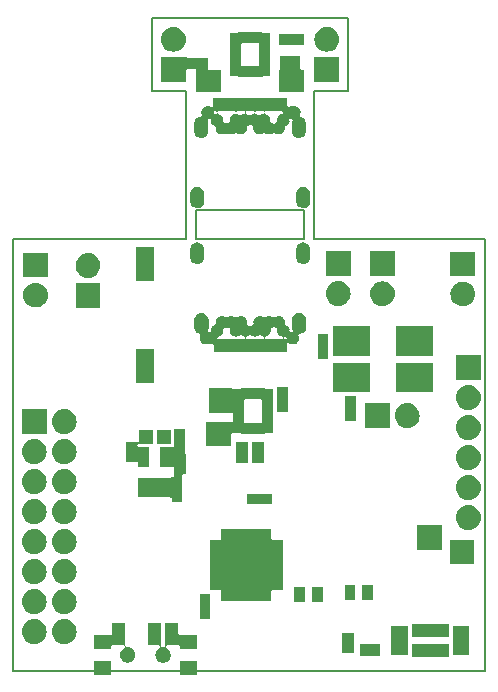
<source format=gbr>
%TF.GenerationSoftware,KiCad,Pcbnew,4.0.7*%
%TF.CreationDate,2019-02-19T19:06:54-06:00*%
%TF.ProjectId,GolfGloveMainBoardV1.0.0,476F6C66476C6F76654D61696E426F61,rev?*%
%TF.FileFunction,Soldermask,Top*%
%FSLAX46Y46*%
G04 Gerber Fmt 4.6, Leading zero omitted, Abs format (unit mm)*
G04 Created by KiCad (PCBNEW 4.0.7) date 02/19/19 19:06:54*
%MOMM*%
%LPD*%
G01*
G04 APERTURE LIST*
%ADD10C,0.100000*%
%ADD11C,0.150000*%
G04 APERTURE END LIST*
D10*
D11*
X118120000Y-123130000D02*
X118120000Y-125640000D01*
X127220000Y-123130000D02*
X118120000Y-123130000D01*
X127220000Y-125640000D02*
X127220000Y-123130000D01*
X118130000Y-125640000D02*
X127220000Y-125640000D01*
X102580000Y-162200000D02*
X102570000Y-162200000D01*
X102580000Y-125640000D02*
X102580000Y-162200000D01*
X117250000Y-125640000D02*
X102580000Y-125640000D01*
X117250000Y-113080000D02*
X117250000Y-125640000D01*
X114340000Y-113080000D02*
X117250000Y-113080000D01*
X114340000Y-106880000D02*
X114340000Y-113080000D01*
X130990000Y-106880000D02*
X114340000Y-106880000D01*
X130990000Y-113080000D02*
X130990000Y-106880000D01*
X128090000Y-113080000D02*
X130990000Y-113080000D01*
X128090000Y-125650000D02*
X128090000Y-113080000D01*
X142570000Y-125650000D02*
X128090000Y-125650000D01*
X142570000Y-162200000D02*
X142570000Y-125650000D01*
X102580000Y-162200000D02*
X142570000Y-162200000D01*
D10*
G36*
X118150000Y-162530000D02*
X116750000Y-162530000D01*
X116750000Y-161330000D01*
X118150000Y-161330000D01*
X118150000Y-162530000D01*
X118150000Y-162530000D01*
G37*
G36*
X110850000Y-162530000D02*
X109450000Y-162530000D01*
X109450000Y-161330000D01*
X110850000Y-161330000D01*
X110850000Y-162530000D01*
X110850000Y-162530000D01*
G37*
G36*
X112100000Y-160055298D02*
X112104949Y-160090122D01*
X112119404Y-160122189D01*
X112142220Y-160148959D01*
X112171590Y-160168313D01*
X112205190Y-160178718D01*
X112228555Y-160178376D01*
X112228547Y-160179452D01*
X112368273Y-160180427D01*
X112493141Y-160206059D01*
X112610654Y-160255458D01*
X112716337Y-160326741D01*
X112806154Y-160417188D01*
X112876697Y-160523363D01*
X112925273Y-160641217D01*
X112949862Y-160765400D01*
X112949862Y-160765424D01*
X112950028Y-160766264D01*
X112947995Y-160911861D01*
X112947804Y-160912700D01*
X112947804Y-160912721D01*
X112919758Y-161036169D01*
X112867911Y-161152618D01*
X112794433Y-161256781D01*
X112702120Y-161344688D01*
X112594487Y-161412995D01*
X112475647Y-161459090D01*
X112350111Y-161481225D01*
X112222662Y-161478556D01*
X112098163Y-161451182D01*
X111981357Y-161400151D01*
X111876678Y-161327397D01*
X111788133Y-161235707D01*
X111719077Y-161128552D01*
X111672150Y-161010031D01*
X111649140Y-160884657D01*
X111650920Y-160757191D01*
X111677423Y-160632507D01*
X111727639Y-160515343D01*
X111799657Y-160410163D01*
X111890734Y-160320975D01*
X111999813Y-160249595D01*
X112026242Y-160226386D01*
X112045160Y-160196732D01*
X112055067Y-160162982D01*
X112055179Y-160127808D01*
X112045488Y-160093996D01*
X112026760Y-160064222D01*
X112000479Y-160040844D01*
X111968726Y-160025713D01*
X111931367Y-160020000D01*
X110975000Y-160020000D01*
X110940176Y-160024949D01*
X110908109Y-160039404D01*
X110881339Y-160062220D01*
X110861985Y-160091590D01*
X110851580Y-160125190D01*
X110850000Y-160145000D01*
X110850000Y-160320000D01*
X109450000Y-160320000D01*
X109450000Y-159120000D01*
X110875000Y-159120000D01*
X110909824Y-159115051D01*
X110941891Y-159100596D01*
X110968661Y-159077780D01*
X110988015Y-159048410D01*
X110998420Y-159014810D01*
X111000000Y-158995000D01*
X111000000Y-158120000D01*
X112100000Y-158120000D01*
X112100000Y-160055298D01*
X112100000Y-160055298D01*
G37*
G36*
X115100000Y-160055298D02*
X115104949Y-160090122D01*
X115119404Y-160122189D01*
X115142220Y-160148959D01*
X115171590Y-160168313D01*
X115205190Y-160178718D01*
X115228556Y-160178376D01*
X115228548Y-160179452D01*
X115374128Y-160180468D01*
X115408986Y-160175762D01*
X115441152Y-160161532D01*
X115468081Y-160138903D01*
X115487640Y-160109668D01*
X115498279Y-160076142D01*
X115500000Y-160055471D01*
X115500000Y-158120000D01*
X116600000Y-158120000D01*
X116600000Y-158995000D01*
X116604949Y-159029824D01*
X116619404Y-159061891D01*
X116642220Y-159088661D01*
X116671590Y-159108015D01*
X116705190Y-159118420D01*
X116725000Y-159120000D01*
X118150000Y-159120000D01*
X118150000Y-160320000D01*
X116750000Y-160320000D01*
X116750000Y-160145000D01*
X116745051Y-160110176D01*
X116730596Y-160078109D01*
X116707780Y-160051339D01*
X116678410Y-160031985D01*
X116644810Y-160021580D01*
X116625000Y-160020000D01*
X115670431Y-160020000D01*
X115635607Y-160024949D01*
X115603540Y-160039404D01*
X115576770Y-160062220D01*
X115557416Y-160091590D01*
X115547011Y-160125190D01*
X115546378Y-160160358D01*
X115555568Y-160194311D01*
X115573853Y-160224358D01*
X115600532Y-160248630D01*
X115716337Y-160326741D01*
X115806154Y-160417188D01*
X115876697Y-160523363D01*
X115925273Y-160641217D01*
X115949862Y-160765400D01*
X115949862Y-160765424D01*
X115950028Y-160766264D01*
X115947995Y-160911861D01*
X115947804Y-160912700D01*
X115947804Y-160912721D01*
X115919758Y-161036169D01*
X115867911Y-161152618D01*
X115794433Y-161256781D01*
X115702120Y-161344688D01*
X115594487Y-161412995D01*
X115475647Y-161459090D01*
X115350111Y-161481225D01*
X115222662Y-161478556D01*
X115098163Y-161451182D01*
X114981357Y-161400151D01*
X114876678Y-161327397D01*
X114788133Y-161235707D01*
X114719077Y-161128552D01*
X114672150Y-161010031D01*
X114649140Y-160884657D01*
X114650920Y-160757191D01*
X114677423Y-160632507D01*
X114727639Y-160515343D01*
X114799657Y-160410163D01*
X114890734Y-160320975D01*
X114999813Y-160249595D01*
X115026242Y-160226386D01*
X115045160Y-160196732D01*
X115055067Y-160162982D01*
X115055179Y-160127808D01*
X115045488Y-160093996D01*
X115026760Y-160064222D01*
X115000479Y-160040844D01*
X114968726Y-160025713D01*
X114931367Y-160020000D01*
X114000000Y-160020000D01*
X114000000Y-158120000D01*
X115100000Y-158120000D01*
X115100000Y-160055298D01*
X115100000Y-160055298D01*
G37*
G36*
X139537500Y-161012500D02*
X136337500Y-161012500D01*
X136337500Y-159912500D01*
X139537500Y-159912500D01*
X139537500Y-161012500D01*
X139537500Y-161012500D01*
G37*
G36*
X133650000Y-160950000D02*
X131950000Y-160950000D01*
X131950000Y-159950000D01*
X133650000Y-159950000D01*
X133650000Y-160950000D01*
X133650000Y-160950000D01*
G37*
G36*
X136037500Y-160812500D02*
X134637500Y-160812500D01*
X134637500Y-158412500D01*
X136037500Y-158412500D01*
X136037500Y-160812500D01*
X136037500Y-160812500D01*
G37*
G36*
X141237500Y-160812500D02*
X139837500Y-160812500D01*
X139837500Y-158412500D01*
X141237500Y-158412500D01*
X141237500Y-160812500D01*
X141237500Y-160812500D01*
G37*
G36*
X131450000Y-160650000D02*
X130450000Y-160650000D01*
X130450000Y-158950000D01*
X131450000Y-158950000D01*
X131450000Y-160650000D01*
X131450000Y-160650000D01*
G37*
G36*
X104404666Y-157810066D02*
X104404673Y-157810067D01*
X104409741Y-157810102D01*
X104613388Y-157832945D01*
X104808720Y-157894908D01*
X104988296Y-157993631D01*
X105145277Y-158125353D01*
X105273684Y-158285059D01*
X105368624Y-158466663D01*
X105426483Y-158663250D01*
X105426491Y-158663334D01*
X105426498Y-158663359D01*
X105445060Y-158867330D01*
X105423652Y-159071009D01*
X105423646Y-159071029D01*
X105423635Y-159071132D01*
X105363037Y-159266891D01*
X105265570Y-159447153D01*
X105134947Y-159605049D01*
X104976142Y-159734567D01*
X104795205Y-159830773D01*
X104599027Y-159890003D01*
X104395081Y-159910000D01*
X104384763Y-159910000D01*
X104375334Y-159909934D01*
X104375327Y-159909933D01*
X104370259Y-159909898D01*
X104166612Y-159887055D01*
X103971280Y-159825092D01*
X103791704Y-159726369D01*
X103634723Y-159594647D01*
X103506316Y-159434941D01*
X103411376Y-159253337D01*
X103353517Y-159056750D01*
X103353509Y-159056666D01*
X103353502Y-159056641D01*
X103334940Y-158852670D01*
X103356348Y-158648991D01*
X103356354Y-158648971D01*
X103356365Y-158648868D01*
X103416963Y-158453109D01*
X103514430Y-158272847D01*
X103645053Y-158114951D01*
X103803858Y-157985433D01*
X103984795Y-157889227D01*
X104180973Y-157829997D01*
X104384919Y-157810000D01*
X104395237Y-157810000D01*
X104404666Y-157810066D01*
X104404666Y-157810066D01*
G37*
G36*
X106944666Y-157810066D02*
X106944673Y-157810067D01*
X106949741Y-157810102D01*
X107153388Y-157832945D01*
X107348720Y-157894908D01*
X107528296Y-157993631D01*
X107685277Y-158125353D01*
X107813684Y-158285059D01*
X107908624Y-158466663D01*
X107966483Y-158663250D01*
X107966491Y-158663334D01*
X107966498Y-158663359D01*
X107985060Y-158867330D01*
X107963652Y-159071009D01*
X107963646Y-159071029D01*
X107963635Y-159071132D01*
X107903037Y-159266891D01*
X107805570Y-159447153D01*
X107674947Y-159605049D01*
X107516142Y-159734567D01*
X107335205Y-159830773D01*
X107139027Y-159890003D01*
X106935081Y-159910000D01*
X106924763Y-159910000D01*
X106915334Y-159909934D01*
X106915327Y-159909933D01*
X106910259Y-159909898D01*
X106706612Y-159887055D01*
X106511280Y-159825092D01*
X106331704Y-159726369D01*
X106174723Y-159594647D01*
X106046316Y-159434941D01*
X105951376Y-159253337D01*
X105893517Y-159056750D01*
X105893509Y-159056666D01*
X105893502Y-159056641D01*
X105874940Y-158852670D01*
X105896348Y-158648991D01*
X105896354Y-158648971D01*
X105896365Y-158648868D01*
X105956963Y-158453109D01*
X106054430Y-158272847D01*
X106185053Y-158114951D01*
X106343858Y-157985433D01*
X106524795Y-157889227D01*
X106720973Y-157829997D01*
X106924919Y-157810000D01*
X106935237Y-157810000D01*
X106944666Y-157810066D01*
X106944666Y-157810066D01*
G37*
G36*
X139537500Y-159312500D02*
X136337500Y-159312500D01*
X136337500Y-158212500D01*
X139537500Y-158212500D01*
X139537500Y-159312500D01*
X139537500Y-159312500D01*
G37*
G36*
X119285000Y-157815000D02*
X118385000Y-157815000D01*
X118385000Y-155715000D01*
X119285000Y-155715000D01*
X119285000Y-157815000D01*
X119285000Y-157815000D01*
G37*
G36*
X106944666Y-155270066D02*
X106944673Y-155270067D01*
X106949741Y-155270102D01*
X107153388Y-155292945D01*
X107348720Y-155354908D01*
X107528296Y-155453631D01*
X107685277Y-155585353D01*
X107813684Y-155745059D01*
X107908624Y-155926663D01*
X107966483Y-156123250D01*
X107966491Y-156123334D01*
X107966498Y-156123359D01*
X107985060Y-156327330D01*
X107963652Y-156531009D01*
X107963646Y-156531029D01*
X107963635Y-156531132D01*
X107903037Y-156726891D01*
X107805570Y-156907153D01*
X107674947Y-157065049D01*
X107516142Y-157194567D01*
X107335205Y-157290773D01*
X107139027Y-157350003D01*
X106935081Y-157370000D01*
X106924763Y-157370000D01*
X106915334Y-157369934D01*
X106915327Y-157369933D01*
X106910259Y-157369898D01*
X106706612Y-157347055D01*
X106511280Y-157285092D01*
X106331704Y-157186369D01*
X106174723Y-157054647D01*
X106046316Y-156894941D01*
X105951376Y-156713337D01*
X105893517Y-156516750D01*
X105893509Y-156516666D01*
X105893502Y-156516641D01*
X105874940Y-156312670D01*
X105896348Y-156108991D01*
X105896354Y-156108971D01*
X105896365Y-156108868D01*
X105956963Y-155913109D01*
X106054430Y-155732847D01*
X106185053Y-155574951D01*
X106343858Y-155445433D01*
X106524795Y-155349227D01*
X106720973Y-155289997D01*
X106924919Y-155270000D01*
X106935237Y-155270000D01*
X106944666Y-155270066D01*
X106944666Y-155270066D01*
G37*
G36*
X104404666Y-155270066D02*
X104404673Y-155270067D01*
X104409741Y-155270102D01*
X104613388Y-155292945D01*
X104808720Y-155354908D01*
X104988296Y-155453631D01*
X105145277Y-155585353D01*
X105273684Y-155745059D01*
X105368624Y-155926663D01*
X105426483Y-156123250D01*
X105426491Y-156123334D01*
X105426498Y-156123359D01*
X105445060Y-156327330D01*
X105423652Y-156531009D01*
X105423646Y-156531029D01*
X105423635Y-156531132D01*
X105363037Y-156726891D01*
X105265570Y-156907153D01*
X105134947Y-157065049D01*
X104976142Y-157194567D01*
X104795205Y-157290773D01*
X104599027Y-157350003D01*
X104395081Y-157370000D01*
X104384763Y-157370000D01*
X104375334Y-157369934D01*
X104375327Y-157369933D01*
X104370259Y-157369898D01*
X104166612Y-157347055D01*
X103971280Y-157285092D01*
X103791704Y-157186369D01*
X103634723Y-157054647D01*
X103506316Y-156894941D01*
X103411376Y-156713337D01*
X103353517Y-156516750D01*
X103353509Y-156516666D01*
X103353502Y-156516641D01*
X103334940Y-156312670D01*
X103356348Y-156108991D01*
X103356354Y-156108971D01*
X103356365Y-156108868D01*
X103416963Y-155913109D01*
X103514430Y-155732847D01*
X103645053Y-155574951D01*
X103803858Y-155445433D01*
X103984795Y-155349227D01*
X104180973Y-155289997D01*
X104384919Y-155270000D01*
X104395237Y-155270000D01*
X104404666Y-155270066D01*
X104404666Y-155270066D01*
G37*
G36*
X128800000Y-156350000D02*
X127900000Y-156350000D01*
X127900000Y-155050000D01*
X128800000Y-155050000D01*
X128800000Y-156350000D01*
X128800000Y-156350000D01*
G37*
G36*
X127300000Y-156350000D02*
X126400000Y-156350000D01*
X126400000Y-155050000D01*
X127300000Y-155050000D01*
X127300000Y-156350000D01*
X127300000Y-156350000D01*
G37*
G36*
X124460000Y-150990000D02*
X124464949Y-151024824D01*
X124479404Y-151056891D01*
X124502220Y-151083661D01*
X124531590Y-151103015D01*
X124565190Y-151113420D01*
X124585000Y-151115000D01*
X125410000Y-151115000D01*
X125410000Y-155335000D01*
X124585000Y-155335000D01*
X124550176Y-155339949D01*
X124518109Y-155354404D01*
X124491339Y-155377220D01*
X124471985Y-155406590D01*
X124461580Y-155440190D01*
X124460000Y-155460000D01*
X124460000Y-156285000D01*
X120240000Y-156285000D01*
X120240000Y-155460000D01*
X120235051Y-155425176D01*
X120220596Y-155393109D01*
X120197780Y-155366339D01*
X120168410Y-155346985D01*
X120134810Y-155336580D01*
X120115000Y-155335000D01*
X119290000Y-155335000D01*
X119290000Y-151115000D01*
X120115000Y-151115000D01*
X120149824Y-151110051D01*
X120181891Y-151095596D01*
X120208661Y-151072780D01*
X120228015Y-151043410D01*
X120238420Y-151009810D01*
X120240000Y-150990000D01*
X120240000Y-150165000D01*
X124460000Y-150165000D01*
X124460000Y-150990000D01*
X124460000Y-150990000D01*
G37*
G36*
X131575000Y-156200000D02*
X130675000Y-156200000D01*
X130675000Y-154900000D01*
X131575000Y-154900000D01*
X131575000Y-156200000D01*
X131575000Y-156200000D01*
G37*
G36*
X133075000Y-156200000D02*
X132175000Y-156200000D01*
X132175000Y-154900000D01*
X133075000Y-154900000D01*
X133075000Y-156200000D01*
X133075000Y-156200000D01*
G37*
G36*
X106944666Y-152730066D02*
X106944673Y-152730067D01*
X106949741Y-152730102D01*
X107153388Y-152752945D01*
X107348720Y-152814908D01*
X107528296Y-152913631D01*
X107685277Y-153045353D01*
X107813684Y-153205059D01*
X107908624Y-153386663D01*
X107966483Y-153583250D01*
X107966491Y-153583334D01*
X107966498Y-153583359D01*
X107985060Y-153787330D01*
X107963652Y-153991009D01*
X107963646Y-153991029D01*
X107963635Y-153991132D01*
X107903037Y-154186891D01*
X107805570Y-154367153D01*
X107674947Y-154525049D01*
X107516142Y-154654567D01*
X107335205Y-154750773D01*
X107139027Y-154810003D01*
X106935081Y-154830000D01*
X106924763Y-154830000D01*
X106915334Y-154829934D01*
X106915327Y-154829933D01*
X106910259Y-154829898D01*
X106706612Y-154807055D01*
X106511280Y-154745092D01*
X106331704Y-154646369D01*
X106174723Y-154514647D01*
X106046316Y-154354941D01*
X105951376Y-154173337D01*
X105893517Y-153976750D01*
X105893509Y-153976666D01*
X105893502Y-153976641D01*
X105874940Y-153772670D01*
X105896348Y-153568991D01*
X105896354Y-153568971D01*
X105896365Y-153568868D01*
X105956963Y-153373109D01*
X106054430Y-153192847D01*
X106185053Y-153034951D01*
X106343858Y-152905433D01*
X106524795Y-152809227D01*
X106720973Y-152749997D01*
X106924919Y-152730000D01*
X106935237Y-152730000D01*
X106944666Y-152730066D01*
X106944666Y-152730066D01*
G37*
G36*
X104404666Y-152730066D02*
X104404673Y-152730067D01*
X104409741Y-152730102D01*
X104613388Y-152752945D01*
X104808720Y-152814908D01*
X104988296Y-152913631D01*
X105145277Y-153045353D01*
X105273684Y-153205059D01*
X105368624Y-153386663D01*
X105426483Y-153583250D01*
X105426491Y-153583334D01*
X105426498Y-153583359D01*
X105445060Y-153787330D01*
X105423652Y-153991009D01*
X105423646Y-153991029D01*
X105423635Y-153991132D01*
X105363037Y-154186891D01*
X105265570Y-154367153D01*
X105134947Y-154525049D01*
X104976142Y-154654567D01*
X104795205Y-154750773D01*
X104599027Y-154810003D01*
X104395081Y-154830000D01*
X104384763Y-154830000D01*
X104375334Y-154829934D01*
X104375327Y-154829933D01*
X104370259Y-154829898D01*
X104166612Y-154807055D01*
X103971280Y-154745092D01*
X103791704Y-154646369D01*
X103634723Y-154514647D01*
X103506316Y-154354941D01*
X103411376Y-154173337D01*
X103353517Y-153976750D01*
X103353509Y-153976666D01*
X103353502Y-153976641D01*
X103334940Y-153772670D01*
X103356348Y-153568991D01*
X103356354Y-153568971D01*
X103356365Y-153568868D01*
X103416963Y-153373109D01*
X103514430Y-153192847D01*
X103645053Y-153034951D01*
X103803858Y-152905433D01*
X103984795Y-152809227D01*
X104180973Y-152749997D01*
X104384919Y-152730000D01*
X104395237Y-152730000D01*
X104404666Y-152730066D01*
X104404666Y-152730066D01*
G37*
G36*
X141650000Y-153170000D02*
X139550000Y-153170000D01*
X139550000Y-151070000D01*
X141650000Y-151070000D01*
X141650000Y-153170000D01*
X141650000Y-153170000D01*
G37*
G36*
X104404666Y-150190066D02*
X104404673Y-150190067D01*
X104409741Y-150190102D01*
X104613388Y-150212945D01*
X104808720Y-150274908D01*
X104988296Y-150373631D01*
X105145277Y-150505353D01*
X105273684Y-150665059D01*
X105368624Y-150846663D01*
X105426483Y-151043250D01*
X105426491Y-151043334D01*
X105426498Y-151043359D01*
X105445060Y-151247330D01*
X105423652Y-151451009D01*
X105423646Y-151451029D01*
X105423635Y-151451132D01*
X105363037Y-151646891D01*
X105265570Y-151827153D01*
X105134947Y-151985049D01*
X104976142Y-152114567D01*
X104795205Y-152210773D01*
X104599027Y-152270003D01*
X104395081Y-152290000D01*
X104384763Y-152290000D01*
X104375334Y-152289934D01*
X104375327Y-152289933D01*
X104370259Y-152289898D01*
X104166612Y-152267055D01*
X103971280Y-152205092D01*
X103791704Y-152106369D01*
X103634723Y-151974647D01*
X103506316Y-151814941D01*
X103411376Y-151633337D01*
X103353517Y-151436750D01*
X103353509Y-151436666D01*
X103353502Y-151436641D01*
X103334940Y-151232670D01*
X103356348Y-151028991D01*
X103356354Y-151028971D01*
X103356365Y-151028868D01*
X103416963Y-150833109D01*
X103514430Y-150652847D01*
X103645053Y-150494951D01*
X103803858Y-150365433D01*
X103984795Y-150269227D01*
X104180973Y-150209997D01*
X104384919Y-150190000D01*
X104395237Y-150190000D01*
X104404666Y-150190066D01*
X104404666Y-150190066D01*
G37*
G36*
X106944666Y-150190066D02*
X106944673Y-150190067D01*
X106949741Y-150190102D01*
X107153388Y-150212945D01*
X107348720Y-150274908D01*
X107528296Y-150373631D01*
X107685277Y-150505353D01*
X107813684Y-150665059D01*
X107908624Y-150846663D01*
X107966483Y-151043250D01*
X107966491Y-151043334D01*
X107966498Y-151043359D01*
X107985060Y-151247330D01*
X107963652Y-151451009D01*
X107963646Y-151451029D01*
X107963635Y-151451132D01*
X107903037Y-151646891D01*
X107805570Y-151827153D01*
X107674947Y-151985049D01*
X107516142Y-152114567D01*
X107335205Y-152210773D01*
X107139027Y-152270003D01*
X106935081Y-152290000D01*
X106924763Y-152290000D01*
X106915334Y-152289934D01*
X106915327Y-152289933D01*
X106910259Y-152289898D01*
X106706612Y-152267055D01*
X106511280Y-152205092D01*
X106331704Y-152106369D01*
X106174723Y-151974647D01*
X106046316Y-151814941D01*
X105951376Y-151633337D01*
X105893517Y-151436750D01*
X105893509Y-151436666D01*
X105893502Y-151436641D01*
X105874940Y-151232670D01*
X105896348Y-151028991D01*
X105896354Y-151028971D01*
X105896365Y-151028868D01*
X105956963Y-150833109D01*
X106054430Y-150652847D01*
X106185053Y-150494951D01*
X106343858Y-150365433D01*
X106524795Y-150269227D01*
X106720973Y-150209997D01*
X106924919Y-150190000D01*
X106935237Y-150190000D01*
X106944666Y-150190066D01*
X106944666Y-150190066D01*
G37*
G36*
X138900000Y-151940000D02*
X136800000Y-151940000D01*
X136800000Y-149840000D01*
X138900000Y-149840000D01*
X138900000Y-151940000D01*
X138900000Y-151940000D01*
G37*
G36*
X141154666Y-148140066D02*
X141154673Y-148140067D01*
X141159741Y-148140102D01*
X141363388Y-148162945D01*
X141558720Y-148224908D01*
X141738296Y-148323631D01*
X141895277Y-148455353D01*
X142023684Y-148615059D01*
X142118624Y-148796663D01*
X142176483Y-148993250D01*
X142176491Y-148993334D01*
X142176498Y-148993359D01*
X142195060Y-149197330D01*
X142173652Y-149401009D01*
X142173646Y-149401029D01*
X142173635Y-149401132D01*
X142113037Y-149596891D01*
X142015570Y-149777153D01*
X141884947Y-149935049D01*
X141726142Y-150064567D01*
X141545205Y-150160773D01*
X141349027Y-150220003D01*
X141145081Y-150240000D01*
X141134763Y-150240000D01*
X141125334Y-150239934D01*
X141125327Y-150239933D01*
X141120259Y-150239898D01*
X140916612Y-150217055D01*
X140721280Y-150155092D01*
X140541704Y-150056369D01*
X140384723Y-149924647D01*
X140256316Y-149764941D01*
X140161376Y-149583337D01*
X140103517Y-149386750D01*
X140103509Y-149386666D01*
X140103502Y-149386641D01*
X140084940Y-149182670D01*
X140106348Y-148978991D01*
X140106354Y-148978971D01*
X140106365Y-148978868D01*
X140166963Y-148783109D01*
X140264430Y-148602847D01*
X140395053Y-148444951D01*
X140553858Y-148315433D01*
X140734795Y-148219227D01*
X140930973Y-148159997D01*
X141134919Y-148140000D01*
X141145237Y-148140000D01*
X141154666Y-148140066D01*
X141154666Y-148140066D01*
G37*
G36*
X104404666Y-147650066D02*
X104404673Y-147650067D01*
X104409741Y-147650102D01*
X104613388Y-147672945D01*
X104808720Y-147734908D01*
X104988296Y-147833631D01*
X105145277Y-147965353D01*
X105273684Y-148125059D01*
X105368624Y-148306663D01*
X105426483Y-148503250D01*
X105426491Y-148503334D01*
X105426498Y-148503359D01*
X105445060Y-148707330D01*
X105423652Y-148911009D01*
X105423646Y-148911029D01*
X105423635Y-148911132D01*
X105363037Y-149106891D01*
X105265570Y-149287153D01*
X105134947Y-149445049D01*
X104976142Y-149574567D01*
X104795205Y-149670773D01*
X104599027Y-149730003D01*
X104395081Y-149750000D01*
X104384763Y-149750000D01*
X104375334Y-149749934D01*
X104375327Y-149749933D01*
X104370259Y-149749898D01*
X104166612Y-149727055D01*
X103971280Y-149665092D01*
X103791704Y-149566369D01*
X103634723Y-149434647D01*
X103506316Y-149274941D01*
X103411376Y-149093337D01*
X103353517Y-148896750D01*
X103353509Y-148896666D01*
X103353502Y-148896641D01*
X103334940Y-148692670D01*
X103356348Y-148488991D01*
X103356354Y-148488971D01*
X103356365Y-148488868D01*
X103416963Y-148293109D01*
X103514430Y-148112847D01*
X103645053Y-147954951D01*
X103803858Y-147825433D01*
X103984795Y-147729227D01*
X104180973Y-147669997D01*
X104384919Y-147650000D01*
X104395237Y-147650000D01*
X104404666Y-147650066D01*
X104404666Y-147650066D01*
G37*
G36*
X106944666Y-147650066D02*
X106944673Y-147650067D01*
X106949741Y-147650102D01*
X107153388Y-147672945D01*
X107348720Y-147734908D01*
X107528296Y-147833631D01*
X107685277Y-147965353D01*
X107813684Y-148125059D01*
X107908624Y-148306663D01*
X107966483Y-148503250D01*
X107966491Y-148503334D01*
X107966498Y-148503359D01*
X107985060Y-148707330D01*
X107963652Y-148911009D01*
X107963646Y-148911029D01*
X107963635Y-148911132D01*
X107903037Y-149106891D01*
X107805570Y-149287153D01*
X107674947Y-149445049D01*
X107516142Y-149574567D01*
X107335205Y-149670773D01*
X107139027Y-149730003D01*
X106935081Y-149750000D01*
X106924763Y-149750000D01*
X106915334Y-149749934D01*
X106915327Y-149749933D01*
X106910259Y-149749898D01*
X106706612Y-149727055D01*
X106511280Y-149665092D01*
X106331704Y-149566369D01*
X106174723Y-149434647D01*
X106046316Y-149274941D01*
X105951376Y-149093337D01*
X105893517Y-148896750D01*
X105893509Y-148896666D01*
X105893502Y-148896641D01*
X105874940Y-148692670D01*
X105896348Y-148488991D01*
X105896354Y-148488971D01*
X105896365Y-148488868D01*
X105956963Y-148293109D01*
X106054430Y-148112847D01*
X106185053Y-147954951D01*
X106343858Y-147825433D01*
X106524795Y-147729227D01*
X106720973Y-147669997D01*
X106924919Y-147650000D01*
X106935237Y-147650000D01*
X106944666Y-147650066D01*
X106944666Y-147650066D01*
G37*
G36*
X124490000Y-148090000D02*
X122390000Y-148090000D01*
X122390000Y-147190000D01*
X124490000Y-147190000D01*
X124490000Y-148090000D01*
X124490000Y-148090000D01*
G37*
G36*
X117147500Y-143717500D02*
X117152449Y-143752324D01*
X117166904Y-143784391D01*
X117189720Y-143811161D01*
X117219090Y-143830515D01*
X117222500Y-143831571D01*
X117222500Y-145542500D01*
X117047500Y-145542500D01*
X117012676Y-145547449D01*
X116980609Y-145561904D01*
X116953839Y-145584720D01*
X116934485Y-145614090D01*
X116924080Y-145647690D01*
X116922500Y-145667500D01*
X116922500Y-147892500D01*
X116022500Y-147892500D01*
X116022500Y-147622900D01*
X116017551Y-147588076D01*
X116003096Y-147556009D01*
X115980280Y-147529239D01*
X115950910Y-147509885D01*
X115917310Y-147499480D01*
X115897500Y-147497900D01*
X113178300Y-147497900D01*
X113178300Y-145827900D01*
X115897500Y-145827900D01*
X115932324Y-145822951D01*
X115964391Y-145808496D01*
X115983159Y-145792500D01*
X116097500Y-145792500D01*
X116132324Y-145787551D01*
X116164391Y-145773096D01*
X116191161Y-145750280D01*
X116210515Y-145720910D01*
X116220920Y-145687310D01*
X116222500Y-145667500D01*
X116222500Y-145032100D01*
X116217551Y-144997276D01*
X116203096Y-144965209D01*
X116180280Y-144938439D01*
X116150910Y-144919085D01*
X116117310Y-144908680D01*
X116097500Y-144907100D01*
X115057900Y-144907100D01*
X115057900Y-143237100D01*
X116122500Y-143237100D01*
X116157324Y-143232151D01*
X116189391Y-143217696D01*
X116216161Y-143194880D01*
X116235515Y-143165510D01*
X116245920Y-143131910D01*
X116247500Y-143112100D01*
X116247500Y-141742500D01*
X117147500Y-141742500D01*
X117147500Y-143717500D01*
X117147500Y-143717500D01*
G37*
G36*
X141154666Y-145600066D02*
X141154673Y-145600067D01*
X141159741Y-145600102D01*
X141363388Y-145622945D01*
X141558720Y-145684908D01*
X141738296Y-145783631D01*
X141895277Y-145915353D01*
X142023684Y-146075059D01*
X142118624Y-146256663D01*
X142176483Y-146453250D01*
X142176491Y-146453334D01*
X142176498Y-146453359D01*
X142195060Y-146657330D01*
X142173652Y-146861009D01*
X142173646Y-146861029D01*
X142173635Y-146861132D01*
X142113037Y-147056891D01*
X142015570Y-147237153D01*
X141884947Y-147395049D01*
X141726142Y-147524567D01*
X141545205Y-147620773D01*
X141349027Y-147680003D01*
X141145081Y-147700000D01*
X141134763Y-147700000D01*
X141125334Y-147699934D01*
X141125327Y-147699933D01*
X141120259Y-147699898D01*
X140916612Y-147677055D01*
X140721280Y-147615092D01*
X140541704Y-147516369D01*
X140384723Y-147384647D01*
X140256316Y-147224941D01*
X140161376Y-147043337D01*
X140103517Y-146846750D01*
X140103509Y-146846666D01*
X140103502Y-146846641D01*
X140084940Y-146642670D01*
X140106348Y-146438991D01*
X140106354Y-146438971D01*
X140106365Y-146438868D01*
X140166963Y-146243109D01*
X140264430Y-146062847D01*
X140395053Y-145904951D01*
X140553858Y-145775433D01*
X140734795Y-145679227D01*
X140930973Y-145619997D01*
X141134919Y-145600000D01*
X141145237Y-145600000D01*
X141154666Y-145600066D01*
X141154666Y-145600066D01*
G37*
G36*
X106944666Y-145110066D02*
X106944673Y-145110067D01*
X106949741Y-145110102D01*
X107153388Y-145132945D01*
X107348720Y-145194908D01*
X107528296Y-145293631D01*
X107685277Y-145425353D01*
X107813684Y-145585059D01*
X107908624Y-145766663D01*
X107966483Y-145963250D01*
X107966491Y-145963334D01*
X107966498Y-145963359D01*
X107985060Y-146167330D01*
X107963652Y-146371009D01*
X107963646Y-146371029D01*
X107963635Y-146371132D01*
X107903037Y-146566891D01*
X107805570Y-146747153D01*
X107674947Y-146905049D01*
X107516142Y-147034567D01*
X107335205Y-147130773D01*
X107139027Y-147190003D01*
X106935081Y-147210000D01*
X106924763Y-147210000D01*
X106915334Y-147209934D01*
X106915327Y-147209933D01*
X106910259Y-147209898D01*
X106706612Y-147187055D01*
X106511280Y-147125092D01*
X106331704Y-147026369D01*
X106174723Y-146894647D01*
X106046316Y-146734941D01*
X105951376Y-146553337D01*
X105893517Y-146356750D01*
X105893509Y-146356666D01*
X105893502Y-146356641D01*
X105874940Y-146152670D01*
X105896348Y-145948991D01*
X105896354Y-145948971D01*
X105896365Y-145948868D01*
X105956963Y-145753109D01*
X106054430Y-145572847D01*
X106185053Y-145414951D01*
X106343858Y-145285433D01*
X106524795Y-145189227D01*
X106720973Y-145129997D01*
X106924919Y-145110000D01*
X106935237Y-145110000D01*
X106944666Y-145110066D01*
X106944666Y-145110066D01*
G37*
G36*
X104404666Y-145110066D02*
X104404673Y-145110067D01*
X104409741Y-145110102D01*
X104613388Y-145132945D01*
X104808720Y-145194908D01*
X104988296Y-145293631D01*
X105145277Y-145425353D01*
X105273684Y-145585059D01*
X105368624Y-145766663D01*
X105426483Y-145963250D01*
X105426491Y-145963334D01*
X105426498Y-145963359D01*
X105445060Y-146167330D01*
X105423652Y-146371009D01*
X105423646Y-146371029D01*
X105423635Y-146371132D01*
X105363037Y-146566891D01*
X105265570Y-146747153D01*
X105134947Y-146905049D01*
X104976142Y-147034567D01*
X104795205Y-147130773D01*
X104599027Y-147190003D01*
X104395081Y-147210000D01*
X104384763Y-147210000D01*
X104375334Y-147209934D01*
X104375327Y-147209933D01*
X104370259Y-147209898D01*
X104166612Y-147187055D01*
X103971280Y-147125092D01*
X103791704Y-147026369D01*
X103634723Y-146894647D01*
X103506316Y-146734941D01*
X103411376Y-146553337D01*
X103353517Y-146356750D01*
X103353509Y-146356666D01*
X103353502Y-146356641D01*
X103334940Y-146152670D01*
X103356348Y-145948991D01*
X103356354Y-145948971D01*
X103356365Y-145948868D01*
X103416963Y-145753109D01*
X103514430Y-145572847D01*
X103645053Y-145414951D01*
X103803858Y-145285433D01*
X103984795Y-145189227D01*
X104180973Y-145129997D01*
X104384919Y-145110000D01*
X104395237Y-145110000D01*
X104404666Y-145110066D01*
X104404666Y-145110066D01*
G37*
G36*
X141154666Y-143060066D02*
X141154673Y-143060067D01*
X141159741Y-143060102D01*
X141363388Y-143082945D01*
X141558720Y-143144908D01*
X141738296Y-143243631D01*
X141895277Y-143375353D01*
X142023684Y-143535059D01*
X142118624Y-143716663D01*
X142176483Y-143913250D01*
X142176491Y-143913334D01*
X142176498Y-143913359D01*
X142195060Y-144117330D01*
X142173652Y-144321009D01*
X142173646Y-144321029D01*
X142173635Y-144321132D01*
X142113037Y-144516891D01*
X142015570Y-144697153D01*
X141884947Y-144855049D01*
X141726142Y-144984567D01*
X141545205Y-145080773D01*
X141349027Y-145140003D01*
X141145081Y-145160000D01*
X141134763Y-145160000D01*
X141125334Y-145159934D01*
X141125327Y-145159933D01*
X141120259Y-145159898D01*
X140916612Y-145137055D01*
X140721280Y-145075092D01*
X140541704Y-144976369D01*
X140384723Y-144844647D01*
X140256316Y-144684941D01*
X140161376Y-144503337D01*
X140103517Y-144306750D01*
X140103509Y-144306666D01*
X140103502Y-144306641D01*
X140084940Y-144102670D01*
X140106348Y-143898991D01*
X140106354Y-143898971D01*
X140106365Y-143898868D01*
X140166963Y-143703109D01*
X140264430Y-143522847D01*
X140395053Y-143364951D01*
X140553858Y-143235433D01*
X140734795Y-143139227D01*
X140930973Y-143079997D01*
X141134919Y-143060000D01*
X141145237Y-143060000D01*
X141154666Y-143060066D01*
X141154666Y-143060066D01*
G37*
G36*
X114472500Y-142942500D02*
X113247500Y-142942500D01*
X113212676Y-142947449D01*
X113180609Y-142961904D01*
X113153839Y-142984720D01*
X113134485Y-143014090D01*
X113124080Y-143047690D01*
X113122500Y-143067500D01*
X113122500Y-143112100D01*
X113127449Y-143146924D01*
X113141904Y-143178991D01*
X113164720Y-143205761D01*
X113194090Y-143225115D01*
X113227690Y-143235520D01*
X113247500Y-143237100D01*
X114137100Y-143237100D01*
X114137100Y-144907100D01*
X113178300Y-144907100D01*
X113178300Y-144617500D01*
X113173351Y-144582676D01*
X113158896Y-144550609D01*
X113136080Y-144523839D01*
X113106710Y-144504485D01*
X113073110Y-144494080D01*
X113053300Y-144492500D01*
X112122500Y-144492500D01*
X112122500Y-142792500D01*
X113147500Y-142792500D01*
X113182324Y-142787551D01*
X113214391Y-142773096D01*
X113241161Y-142750280D01*
X113260515Y-142720910D01*
X113270920Y-142687310D01*
X113272500Y-142667500D01*
X113272500Y-141792500D01*
X114472500Y-141792500D01*
X114472500Y-142942500D01*
X114472500Y-142942500D01*
G37*
G36*
X106944666Y-142570066D02*
X106944673Y-142570067D01*
X106949741Y-142570102D01*
X107153388Y-142592945D01*
X107348720Y-142654908D01*
X107528296Y-142753631D01*
X107685277Y-142885353D01*
X107813684Y-143045059D01*
X107908624Y-143226663D01*
X107966483Y-143423250D01*
X107966491Y-143423334D01*
X107966498Y-143423359D01*
X107985060Y-143627330D01*
X107963652Y-143831009D01*
X107963646Y-143831029D01*
X107963635Y-143831132D01*
X107903037Y-144026891D01*
X107805570Y-144207153D01*
X107674947Y-144365049D01*
X107516142Y-144494567D01*
X107335205Y-144590773D01*
X107139027Y-144650003D01*
X106935081Y-144670000D01*
X106924763Y-144670000D01*
X106915334Y-144669934D01*
X106915327Y-144669933D01*
X106910259Y-144669898D01*
X106706612Y-144647055D01*
X106511280Y-144585092D01*
X106331704Y-144486369D01*
X106174723Y-144354647D01*
X106046316Y-144194941D01*
X105951376Y-144013337D01*
X105893517Y-143816750D01*
X105893509Y-143816666D01*
X105893502Y-143816641D01*
X105874940Y-143612670D01*
X105896348Y-143408991D01*
X105896354Y-143408971D01*
X105896365Y-143408868D01*
X105956963Y-143213109D01*
X106054430Y-143032847D01*
X106185053Y-142874951D01*
X106343858Y-142745433D01*
X106524795Y-142649227D01*
X106720973Y-142589997D01*
X106924919Y-142570000D01*
X106935237Y-142570000D01*
X106944666Y-142570066D01*
X106944666Y-142570066D01*
G37*
G36*
X104404666Y-142570066D02*
X104404673Y-142570067D01*
X104409741Y-142570102D01*
X104613388Y-142592945D01*
X104808720Y-142654908D01*
X104988296Y-142753631D01*
X105145277Y-142885353D01*
X105273684Y-143045059D01*
X105368624Y-143226663D01*
X105426483Y-143423250D01*
X105426491Y-143423334D01*
X105426498Y-143423359D01*
X105445060Y-143627330D01*
X105423652Y-143831009D01*
X105423646Y-143831029D01*
X105423635Y-143831132D01*
X105363037Y-144026891D01*
X105265570Y-144207153D01*
X105134947Y-144365049D01*
X104976142Y-144494567D01*
X104795205Y-144590773D01*
X104599027Y-144650003D01*
X104395081Y-144670000D01*
X104384763Y-144670000D01*
X104375334Y-144669934D01*
X104375327Y-144669933D01*
X104370259Y-144669898D01*
X104166612Y-144647055D01*
X103971280Y-144585092D01*
X103791704Y-144486369D01*
X103634723Y-144354647D01*
X103506316Y-144194941D01*
X103411376Y-144013337D01*
X103353517Y-143816750D01*
X103353509Y-143816666D01*
X103353502Y-143816641D01*
X103334940Y-143612670D01*
X103356348Y-143408991D01*
X103356354Y-143408971D01*
X103356365Y-143408868D01*
X103416963Y-143213109D01*
X103514430Y-143032847D01*
X103645053Y-142874951D01*
X103803858Y-142745433D01*
X103984795Y-142649227D01*
X104180973Y-142589997D01*
X104384919Y-142570000D01*
X104395237Y-142570000D01*
X104404666Y-142570066D01*
X104404666Y-142570066D01*
G37*
G36*
X122510000Y-144550000D02*
X121510000Y-144550000D01*
X121510000Y-142850000D01*
X122510000Y-142850000D01*
X122510000Y-144550000D01*
X122510000Y-144550000D01*
G37*
G36*
X123860000Y-144550000D02*
X122860000Y-144550000D01*
X122860000Y-142850000D01*
X123860000Y-142850000D01*
X123860000Y-144550000D01*
X123860000Y-144550000D01*
G37*
G36*
X121164949Y-138264824D02*
X121179404Y-138296891D01*
X121202220Y-138323661D01*
X121231590Y-138343015D01*
X121265190Y-138353420D01*
X121285000Y-138355000D01*
X121800000Y-138355000D01*
X121834824Y-138350051D01*
X121866891Y-138335596D01*
X121893661Y-138312780D01*
X121913015Y-138283410D01*
X121918716Y-138265000D01*
X123900028Y-138265000D01*
X123914404Y-138296891D01*
X123937220Y-138323661D01*
X123966590Y-138343015D01*
X124000190Y-138353420D01*
X124020000Y-138355000D01*
X124595000Y-138355000D01*
X124595000Y-142045000D01*
X124020000Y-142045000D01*
X123985176Y-142049949D01*
X123953109Y-142064404D01*
X123926339Y-142087220D01*
X123906985Y-142116590D01*
X123901284Y-142135000D01*
X121919972Y-142135000D01*
X121905596Y-142103109D01*
X121882780Y-142076339D01*
X121853410Y-142056985D01*
X121819810Y-142046580D01*
X121800000Y-142045000D01*
X121185000Y-142045000D01*
X121150176Y-142049949D01*
X121118109Y-142064404D01*
X121091339Y-142087220D01*
X121071985Y-142116590D01*
X121061580Y-142150190D01*
X121060000Y-142170000D01*
X121060000Y-143150000D01*
X118960000Y-143150000D01*
X118960000Y-141150000D01*
X121100000Y-141150000D01*
X121134824Y-141145051D01*
X121166891Y-141130596D01*
X121193661Y-141107780D01*
X121213015Y-141078410D01*
X121223420Y-141044810D01*
X121225000Y-141025000D01*
X121225000Y-140475000D01*
X121220051Y-140440176D01*
X121205596Y-140408109D01*
X121182780Y-140381339D01*
X121153410Y-140361985D01*
X121119810Y-140351580D01*
X121100000Y-140350000D01*
X119160000Y-140350000D01*
X119160000Y-139320000D01*
X122155000Y-139320000D01*
X122155000Y-141080000D01*
X122159949Y-141114824D01*
X122174404Y-141146891D01*
X122197220Y-141173661D01*
X122226590Y-141193015D01*
X122260190Y-141203420D01*
X122280000Y-141205000D01*
X123540000Y-141205000D01*
X123574824Y-141200051D01*
X123606891Y-141185596D01*
X123633661Y-141162780D01*
X123653015Y-141133410D01*
X123663420Y-141099810D01*
X123665000Y-141080000D01*
X123665000Y-139320000D01*
X123660051Y-139285176D01*
X123645596Y-139253109D01*
X123622780Y-139226339D01*
X123593410Y-139206985D01*
X123559810Y-139196580D01*
X123540000Y-139195000D01*
X122280000Y-139195000D01*
X122245176Y-139199949D01*
X122213109Y-139214404D01*
X122186339Y-139237220D01*
X122166985Y-139266590D01*
X122156580Y-139300190D01*
X122155000Y-139320000D01*
X119160000Y-139320000D01*
X119160000Y-138250000D01*
X121162842Y-138250000D01*
X121164949Y-138264824D01*
X121164949Y-138264824D01*
G37*
G36*
X115972500Y-142942500D02*
X114772500Y-142942500D01*
X114772500Y-141792500D01*
X115972500Y-141792500D01*
X115972500Y-142942500D01*
X115972500Y-142942500D01*
G37*
G36*
X141154666Y-140520066D02*
X141154673Y-140520067D01*
X141159741Y-140520102D01*
X141363388Y-140542945D01*
X141558720Y-140604908D01*
X141738296Y-140703631D01*
X141895277Y-140835353D01*
X142023684Y-140995059D01*
X142118624Y-141176663D01*
X142176483Y-141373250D01*
X142176491Y-141373334D01*
X142176498Y-141373359D01*
X142195060Y-141577330D01*
X142173652Y-141781009D01*
X142173646Y-141781029D01*
X142173635Y-141781132D01*
X142113037Y-141976891D01*
X142015570Y-142157153D01*
X141884947Y-142315049D01*
X141726142Y-142444567D01*
X141545205Y-142540773D01*
X141349027Y-142600003D01*
X141145081Y-142620000D01*
X141134763Y-142620000D01*
X141125334Y-142619934D01*
X141125327Y-142619933D01*
X141120259Y-142619898D01*
X140916612Y-142597055D01*
X140721280Y-142535092D01*
X140541704Y-142436369D01*
X140384723Y-142304647D01*
X140256316Y-142144941D01*
X140161376Y-141963337D01*
X140103517Y-141766750D01*
X140103509Y-141766666D01*
X140103502Y-141766641D01*
X140084940Y-141562670D01*
X140106348Y-141358991D01*
X140106354Y-141358971D01*
X140106365Y-141358868D01*
X140166963Y-141163109D01*
X140264430Y-140982847D01*
X140395053Y-140824951D01*
X140553858Y-140695433D01*
X140734795Y-140599227D01*
X140930973Y-140539997D01*
X141134919Y-140520000D01*
X141145237Y-140520000D01*
X141154666Y-140520066D01*
X141154666Y-140520066D01*
G37*
G36*
X105440000Y-142130000D02*
X103340000Y-142130000D01*
X103340000Y-140030000D01*
X105440000Y-140030000D01*
X105440000Y-142130000D01*
X105440000Y-142130000D01*
G37*
G36*
X106944666Y-140030066D02*
X106944673Y-140030067D01*
X106949741Y-140030102D01*
X107153388Y-140052945D01*
X107348720Y-140114908D01*
X107528296Y-140213631D01*
X107685277Y-140345353D01*
X107813684Y-140505059D01*
X107908624Y-140686663D01*
X107966483Y-140883250D01*
X107966491Y-140883334D01*
X107966498Y-140883359D01*
X107985060Y-141087330D01*
X107963652Y-141291009D01*
X107963646Y-141291029D01*
X107963635Y-141291132D01*
X107903037Y-141486891D01*
X107805570Y-141667153D01*
X107674947Y-141825049D01*
X107516142Y-141954567D01*
X107335205Y-142050773D01*
X107139027Y-142110003D01*
X106935081Y-142130000D01*
X106924763Y-142130000D01*
X106915334Y-142129934D01*
X106915327Y-142129933D01*
X106910259Y-142129898D01*
X106706612Y-142107055D01*
X106511280Y-142045092D01*
X106331704Y-141946369D01*
X106174723Y-141814647D01*
X106046316Y-141654941D01*
X105951376Y-141473337D01*
X105893517Y-141276750D01*
X105893509Y-141276666D01*
X105893502Y-141276641D01*
X105874940Y-141072670D01*
X105896348Y-140868991D01*
X105896354Y-140868971D01*
X105896365Y-140868868D01*
X105956963Y-140673109D01*
X106054430Y-140492847D01*
X106185053Y-140334951D01*
X106343858Y-140205433D01*
X106524795Y-140109227D01*
X106720973Y-140049997D01*
X106924919Y-140030000D01*
X106935237Y-140030000D01*
X106944666Y-140030066D01*
X106944666Y-140030066D01*
G37*
G36*
X136171009Y-139536348D02*
X136171029Y-139536354D01*
X136171132Y-139536365D01*
X136366891Y-139596963D01*
X136547153Y-139694430D01*
X136705049Y-139825053D01*
X136834567Y-139983858D01*
X136930773Y-140164795D01*
X136990003Y-140360973D01*
X137010000Y-140564919D01*
X137010000Y-140575237D01*
X137009934Y-140584666D01*
X137009933Y-140584673D01*
X137009898Y-140589741D01*
X136987055Y-140793388D01*
X136925092Y-140988720D01*
X136826369Y-141168296D01*
X136694647Y-141325277D01*
X136534941Y-141453684D01*
X136353337Y-141548624D01*
X136156750Y-141606483D01*
X136156666Y-141606491D01*
X136156641Y-141606498D01*
X135952670Y-141625060D01*
X135748991Y-141603652D01*
X135748971Y-141603646D01*
X135748868Y-141603635D01*
X135553109Y-141543037D01*
X135372847Y-141445570D01*
X135214951Y-141314947D01*
X135085433Y-141156142D01*
X134989227Y-140975205D01*
X134929997Y-140779027D01*
X134910000Y-140575081D01*
X134910000Y-140564763D01*
X134910066Y-140555334D01*
X134910067Y-140555327D01*
X134910102Y-140550259D01*
X134932945Y-140346612D01*
X134994908Y-140151280D01*
X135093631Y-139971704D01*
X135225353Y-139814723D01*
X135385059Y-139686316D01*
X135566663Y-139591376D01*
X135763250Y-139533517D01*
X135763334Y-139533509D01*
X135763359Y-139533502D01*
X135967330Y-139514940D01*
X136171009Y-139536348D01*
X136171009Y-139536348D01*
G37*
G36*
X134470000Y-141620000D02*
X132370000Y-141620000D01*
X132370000Y-139520000D01*
X134470000Y-139520000D01*
X134470000Y-141620000D01*
X134470000Y-141620000D01*
G37*
G36*
X131600000Y-141010000D02*
X130700000Y-141010000D01*
X130700000Y-138910000D01*
X131600000Y-138910000D01*
X131600000Y-141010000D01*
X131600000Y-141010000D01*
G37*
G36*
X125860000Y-140250000D02*
X124960000Y-140250000D01*
X124960000Y-138150000D01*
X125860000Y-138150000D01*
X125860000Y-140250000D01*
X125860000Y-140250000D01*
G37*
G36*
X141154666Y-137980066D02*
X141154673Y-137980067D01*
X141159741Y-137980102D01*
X141363388Y-138002945D01*
X141558720Y-138064908D01*
X141738296Y-138163631D01*
X141895277Y-138295353D01*
X142023684Y-138455059D01*
X142118624Y-138636663D01*
X142176483Y-138833250D01*
X142176491Y-138833334D01*
X142176498Y-138833359D01*
X142195060Y-139037330D01*
X142173652Y-139241009D01*
X142173646Y-139241029D01*
X142173635Y-139241132D01*
X142113037Y-139436891D01*
X142015570Y-139617153D01*
X141884947Y-139775049D01*
X141726142Y-139904567D01*
X141545205Y-140000773D01*
X141349027Y-140060003D01*
X141145081Y-140080000D01*
X141134763Y-140080000D01*
X141125334Y-140079934D01*
X141125327Y-140079933D01*
X141120259Y-140079898D01*
X140916612Y-140057055D01*
X140721280Y-139995092D01*
X140541704Y-139896369D01*
X140384723Y-139764647D01*
X140256316Y-139604941D01*
X140161376Y-139423337D01*
X140103517Y-139226750D01*
X140103509Y-139226666D01*
X140103502Y-139226641D01*
X140084940Y-139022670D01*
X140106348Y-138818991D01*
X140106354Y-138818971D01*
X140106365Y-138818868D01*
X140166963Y-138623109D01*
X140264430Y-138442847D01*
X140395053Y-138284951D01*
X140553858Y-138155433D01*
X140734795Y-138059227D01*
X140930973Y-137999997D01*
X141134919Y-137980000D01*
X141145237Y-137980000D01*
X141154666Y-137980066D01*
X141154666Y-137980066D01*
G37*
G36*
X132810000Y-138600000D02*
X129710000Y-138600000D01*
X129710000Y-136100000D01*
X132810000Y-136100000D01*
X132810000Y-138600000D01*
X132810000Y-138600000D01*
G37*
G36*
X138110000Y-138600000D02*
X135010000Y-138600000D01*
X135010000Y-136100000D01*
X138110000Y-136100000D01*
X138110000Y-138600000D01*
X138110000Y-138600000D01*
G37*
G36*
X114490000Y-137785000D02*
X112970000Y-137785000D01*
X112970000Y-134945000D01*
X114490000Y-134945000D01*
X114490000Y-137785000D01*
X114490000Y-137785000D01*
G37*
G36*
X142190000Y-137540000D02*
X140090000Y-137540000D01*
X140090000Y-135440000D01*
X142190000Y-135440000D01*
X142190000Y-137540000D01*
X142190000Y-137540000D01*
G37*
G36*
X129280000Y-135770000D02*
X128380000Y-135770000D01*
X128380000Y-133670000D01*
X129280000Y-133670000D01*
X129280000Y-135770000D01*
X129280000Y-135770000D01*
G37*
G36*
X132810000Y-135500000D02*
X129710000Y-135500000D01*
X129710000Y-133000000D01*
X132810000Y-133000000D01*
X132810000Y-135500000D01*
X132810000Y-135500000D01*
G37*
G36*
X138110000Y-135500000D02*
X135010000Y-135500000D01*
X135010000Y-133000000D01*
X138110000Y-133000000D01*
X138110000Y-135500000D01*
X138110000Y-135500000D01*
G37*
G36*
X126925525Y-131867882D02*
X126925550Y-131867890D01*
X126925647Y-131867900D01*
X127037509Y-131902527D01*
X127140516Y-131958222D01*
X127230742Y-132032864D01*
X127304753Y-132123610D01*
X127359728Y-132227003D01*
X127393573Y-132339104D01*
X127405000Y-132455645D01*
X127405000Y-133064511D01*
X127404978Y-133067659D01*
X127404977Y-133067667D01*
X127404942Y-133072732D01*
X127391889Y-133189102D01*
X127356481Y-133300720D01*
X127300068Y-133403335D01*
X127224798Y-133493039D01*
X127133538Y-133566414D01*
X127029764Y-133620665D01*
X126917429Y-133653727D01*
X126917348Y-133653734D01*
X126917319Y-133653743D01*
X126872887Y-133657786D01*
X126838654Y-133665871D01*
X126808029Y-133683172D01*
X126783437Y-133708321D01*
X126766825Y-133739324D01*
X126759507Y-133773729D01*
X126762065Y-133808810D01*
X126768647Y-133829905D01*
X126780029Y-133857521D01*
X126799857Y-133957654D01*
X126799857Y-133957685D01*
X126800022Y-133958521D01*
X126798380Y-134076118D01*
X126798190Y-134076953D01*
X126798190Y-134076979D01*
X126775576Y-134176519D01*
X126733697Y-134270578D01*
X126674351Y-134354708D01*
X126599788Y-134425712D01*
X126512857Y-134480881D01*
X126416870Y-134518112D01*
X126315475Y-134535990D01*
X126212533Y-134533834D01*
X126111979Y-134511726D01*
X126017633Y-134470507D01*
X125971339Y-134438332D01*
X125939919Y-134422521D01*
X125905338Y-134416090D01*
X125870334Y-134419547D01*
X125837679Y-134432620D01*
X125809959Y-134454272D01*
X125789369Y-134482789D01*
X125777538Y-134515914D01*
X125775000Y-134540976D01*
X125775000Y-135220000D01*
X119575000Y-135220000D01*
X119575000Y-134618976D01*
X119570051Y-134584152D01*
X119555596Y-134552085D01*
X119532780Y-134525315D01*
X119503410Y-134505961D01*
X119469810Y-134495556D01*
X119434642Y-134494923D01*
X119418732Y-134498284D01*
X119330239Y-134525001D01*
X119228266Y-134535000D01*
X118921565Y-134535000D01*
X118919476Y-134534985D01*
X118919469Y-134534984D01*
X118914404Y-134534949D01*
X118812580Y-134523527D01*
X118714914Y-134492546D01*
X118625126Y-134443185D01*
X118546636Y-134377323D01*
X118482433Y-134297471D01*
X118434962Y-134206668D01*
X118406033Y-134108375D01*
X118406025Y-134108291D01*
X118406018Y-134108266D01*
X118396741Y-134006335D01*
X118397730Y-133996922D01*
X119892113Y-133996922D01*
X119897597Y-134031666D01*
X119912543Y-134063507D01*
X119935768Y-134089923D01*
X119965433Y-134108823D01*
X119999189Y-134118710D01*
X120017098Y-134120000D01*
X121336035Y-134120000D01*
X121370859Y-134115051D01*
X121402926Y-134100596D01*
X121429696Y-134077780D01*
X121449050Y-134048410D01*
X121459455Y-134014810D01*
X121459776Y-133996922D01*
X121492113Y-133996922D01*
X121497597Y-134031666D01*
X121512543Y-134063507D01*
X121535768Y-134089923D01*
X121565433Y-134108823D01*
X121599189Y-134118710D01*
X121617098Y-134120000D01*
X122136035Y-134120000D01*
X122170859Y-134115051D01*
X122202926Y-134100596D01*
X122229696Y-134077780D01*
X122249050Y-134048410D01*
X122259455Y-134014810D01*
X122259776Y-133996922D01*
X122292113Y-133996922D01*
X122297597Y-134031666D01*
X122312543Y-134063507D01*
X122335768Y-134089923D01*
X122365433Y-134108823D01*
X122399189Y-134118710D01*
X122417098Y-134120000D01*
X122936035Y-134120000D01*
X122970859Y-134115051D01*
X123002926Y-134100596D01*
X123029696Y-134077780D01*
X123049050Y-134048410D01*
X123059455Y-134014810D01*
X123059776Y-133996922D01*
X123092113Y-133996922D01*
X123097597Y-134031666D01*
X123112543Y-134063507D01*
X123135768Y-134089923D01*
X123165433Y-134108823D01*
X123199189Y-134118710D01*
X123217098Y-134120000D01*
X123736035Y-134120000D01*
X123770859Y-134115051D01*
X123802926Y-134100596D01*
X123829696Y-134077780D01*
X123849050Y-134048410D01*
X123859455Y-134014810D01*
X123859776Y-133996922D01*
X123892113Y-133996922D01*
X123897597Y-134031666D01*
X123912543Y-134063507D01*
X123935768Y-134089923D01*
X123965433Y-134108823D01*
X123999189Y-134118710D01*
X124017098Y-134120000D01*
X125336035Y-134120000D01*
X125370859Y-134115051D01*
X125402926Y-134100596D01*
X125429696Y-134077780D01*
X125449050Y-134048410D01*
X125459455Y-134014810D01*
X125459776Y-133996928D01*
X125492113Y-133996928D01*
X125497598Y-134031671D01*
X125512546Y-134063511D01*
X125535772Y-134089927D01*
X125565438Y-134108825D01*
X125599194Y-134118711D01*
X125617098Y-134120000D01*
X125625118Y-134120000D01*
X125659942Y-134115051D01*
X125692009Y-134100596D01*
X125718779Y-134077780D01*
X125738133Y-134048410D01*
X125748538Y-134014810D01*
X125750106Y-133996763D01*
X125750126Y-133995345D01*
X125745668Y-133960454D01*
X125731667Y-133928187D01*
X125709231Y-133901098D01*
X125680136Y-133881331D01*
X125646687Y-133870453D01*
X125603427Y-133870482D01*
X125595387Y-133871900D01*
X125561952Y-133882822D01*
X125532883Y-133902627D01*
X125510483Y-133929746D01*
X125496524Y-133962031D01*
X125492113Y-133996928D01*
X125459776Y-133996928D01*
X125460088Y-133979642D01*
X125450898Y-133945689D01*
X125432613Y-133915642D01*
X125406680Y-133891878D01*
X125362876Y-133872916D01*
X125311979Y-133861726D01*
X125217630Y-133820506D01*
X125133088Y-133761747D01*
X125061569Y-133687688D01*
X125005791Y-133601137D01*
X124967890Y-133505411D01*
X124949305Y-133404147D01*
X124950742Y-133301196D01*
X124953378Y-133288796D01*
X124955778Y-133253703D01*
X124948307Y-133219332D01*
X124931556Y-133188403D01*
X124906852Y-133163365D01*
X124881154Y-133148259D01*
X124817633Y-133120507D01*
X124748166Y-133072226D01*
X124716745Y-133056415D01*
X124682164Y-133049983D01*
X124647161Y-133053440D01*
X124609847Y-133069328D01*
X124512854Y-133130882D01*
X124473199Y-133146263D01*
X124442521Y-133163470D01*
X124417852Y-133188542D01*
X124401144Y-133219495D01*
X124393721Y-133253877D01*
X124395783Y-133287084D01*
X124399857Y-133307655D01*
X124399857Y-133307686D01*
X124400022Y-133308521D01*
X124398380Y-133426118D01*
X124398190Y-133426953D01*
X124398190Y-133426979D01*
X124375576Y-133526519D01*
X124333697Y-133620578D01*
X124274351Y-133704708D01*
X124199788Y-133775712D01*
X124112857Y-133830881D01*
X124016870Y-133868112D01*
X123995392Y-133871899D01*
X123961956Y-133882820D01*
X123932887Y-133902623D01*
X123910485Y-133929741D01*
X123896525Y-133962026D01*
X123892113Y-133996922D01*
X123859776Y-133996922D01*
X123860088Y-133979642D01*
X123850898Y-133945689D01*
X123832613Y-133915642D01*
X123806680Y-133891878D01*
X123762876Y-133872916D01*
X123711979Y-133861726D01*
X123617632Y-133820507D01*
X123548166Y-133772226D01*
X123516745Y-133756415D01*
X123482164Y-133749983D01*
X123447161Y-133753440D01*
X123409847Y-133769328D01*
X123312854Y-133830882D01*
X123216870Y-133868112D01*
X123195392Y-133871899D01*
X123161956Y-133882820D01*
X123132887Y-133902623D01*
X123110485Y-133929741D01*
X123096525Y-133962026D01*
X123092113Y-133996922D01*
X123059776Y-133996922D01*
X123060088Y-133979642D01*
X123050898Y-133945689D01*
X123032613Y-133915642D01*
X123006680Y-133891878D01*
X122962876Y-133872916D01*
X122911979Y-133861726D01*
X122817632Y-133820507D01*
X122748166Y-133772226D01*
X122716745Y-133756415D01*
X122682164Y-133749983D01*
X122647161Y-133753440D01*
X122609847Y-133769328D01*
X122512854Y-133830882D01*
X122416870Y-133868112D01*
X122395392Y-133871899D01*
X122361956Y-133882820D01*
X122332887Y-133902623D01*
X122310485Y-133929741D01*
X122296525Y-133962026D01*
X122292113Y-133996922D01*
X122259776Y-133996922D01*
X122260088Y-133979642D01*
X122250898Y-133945689D01*
X122232613Y-133915642D01*
X122206680Y-133891878D01*
X122162876Y-133872916D01*
X122111979Y-133861726D01*
X122017632Y-133820507D01*
X121948166Y-133772226D01*
X121916745Y-133756415D01*
X121882164Y-133749983D01*
X121847161Y-133753440D01*
X121809847Y-133769328D01*
X121712854Y-133830882D01*
X121616870Y-133868112D01*
X121595392Y-133871899D01*
X121561956Y-133882820D01*
X121532887Y-133902623D01*
X121510485Y-133929741D01*
X121496525Y-133962026D01*
X121492113Y-133996922D01*
X121459776Y-133996922D01*
X121460088Y-133979642D01*
X121450898Y-133945689D01*
X121432613Y-133915642D01*
X121406680Y-133891878D01*
X121362876Y-133872916D01*
X121311979Y-133861726D01*
X121217630Y-133820506D01*
X121133088Y-133761747D01*
X121061569Y-133687688D01*
X121005791Y-133601137D01*
X120967890Y-133505411D01*
X120949305Y-133404147D01*
X120950742Y-133301196D01*
X120953378Y-133288796D01*
X120955778Y-133253703D01*
X120948307Y-133219332D01*
X120931556Y-133188403D01*
X120906852Y-133163365D01*
X120881154Y-133148259D01*
X120817633Y-133120507D01*
X120748166Y-133072226D01*
X120716745Y-133056415D01*
X120682164Y-133049983D01*
X120647161Y-133053440D01*
X120609847Y-133069328D01*
X120512854Y-133130882D01*
X120473199Y-133146263D01*
X120442521Y-133163470D01*
X120417852Y-133188542D01*
X120401144Y-133219495D01*
X120393721Y-133253877D01*
X120395783Y-133287084D01*
X120399857Y-133307655D01*
X120399857Y-133307686D01*
X120400022Y-133308521D01*
X120398380Y-133426118D01*
X120398190Y-133426953D01*
X120398190Y-133426979D01*
X120375576Y-133526519D01*
X120333697Y-133620578D01*
X120274351Y-133704708D01*
X120199788Y-133775712D01*
X120112857Y-133830881D01*
X120016870Y-133868112D01*
X119995392Y-133871899D01*
X119961956Y-133882820D01*
X119932887Y-133902623D01*
X119910485Y-133929741D01*
X119896525Y-133962026D01*
X119892113Y-133996922D01*
X118397730Y-133996922D01*
X118407439Y-133904557D01*
X118407447Y-133904532D01*
X118407457Y-133904434D01*
X118437756Y-133806554D01*
X118437803Y-133806468D01*
X118441328Y-133795079D01*
X118441218Y-133795045D01*
X118447275Y-133778682D01*
X118449813Y-133743600D01*
X118442477Y-133709200D01*
X118425847Y-133678205D01*
X118401241Y-133653070D01*
X118362168Y-133632850D01*
X118312491Y-133617473D01*
X118209484Y-133561778D01*
X118119258Y-133487136D01*
X118045247Y-133396390D01*
X117990272Y-133292997D01*
X117956427Y-133180896D01*
X117945000Y-133064355D01*
X117945000Y-132455489D01*
X117945022Y-132452341D01*
X117945023Y-132452333D01*
X117945058Y-132447268D01*
X117958111Y-132330898D01*
X117993519Y-132219280D01*
X118049932Y-132116665D01*
X118125202Y-132026961D01*
X118216462Y-131953586D01*
X118320236Y-131899335D01*
X118432571Y-131866273D01*
X118432652Y-131866266D01*
X118432681Y-131866257D01*
X118549188Y-131855654D01*
X118665525Y-131867882D01*
X118665550Y-131867890D01*
X118665647Y-131867900D01*
X118777509Y-131902527D01*
X118880516Y-131958222D01*
X118970742Y-132032864D01*
X119044753Y-132123610D01*
X119099728Y-132227003D01*
X119133573Y-132339104D01*
X119145000Y-132455645D01*
X119145000Y-133064511D01*
X119144978Y-133067658D01*
X119144977Y-133067666D01*
X119144942Y-133072732D01*
X119138740Y-133128024D01*
X119139665Y-133159417D01*
X119150455Y-133192895D01*
X119156874Y-133202397D01*
X119147668Y-133207824D01*
X119123544Y-133233422D01*
X119107721Y-133265287D01*
X119096481Y-133300720D01*
X119095455Y-133302586D01*
X119094764Y-133304765D01*
X119084209Y-133332684D01*
X119081428Y-133367748D01*
X119088526Y-133402199D01*
X119104941Y-133433308D01*
X119129373Y-133458612D01*
X119159886Y-133476108D01*
X119206188Y-133485000D01*
X119224909Y-133485000D01*
X119259733Y-133480051D01*
X119291800Y-133465596D01*
X119318570Y-133442780D01*
X119337924Y-133413410D01*
X119348329Y-133379810D01*
X119349897Y-133361745D01*
X119350658Y-133307245D01*
X119346196Y-133272355D01*
X119332770Y-133241425D01*
X119357455Y-133219892D01*
X119377742Y-133187435D01*
X119412710Y-133105849D01*
X119470874Y-133020902D01*
X119544437Y-132948864D01*
X119630591Y-132892488D01*
X119678767Y-132873023D01*
X119709202Y-132855389D01*
X119733519Y-132829974D01*
X119749792Y-132798791D01*
X119756734Y-132764309D01*
X119754887Y-132734560D01*
X119749305Y-132704147D01*
X119750742Y-132601192D01*
X119772147Y-132500490D01*
X119812710Y-132405849D01*
X119870874Y-132320902D01*
X119944437Y-132248864D01*
X120030591Y-132192488D01*
X120126052Y-132153918D01*
X120227188Y-132134626D01*
X120330143Y-132135344D01*
X120431000Y-132156048D01*
X120525917Y-132195946D01*
X120604491Y-132248946D01*
X120636128Y-132264317D01*
X120670796Y-132270265D01*
X120705748Y-132266320D01*
X120742835Y-132249913D01*
X120830591Y-132192488D01*
X120926052Y-132153918D01*
X121027188Y-132134626D01*
X121130143Y-132135344D01*
X121231000Y-132156048D01*
X121325917Y-132195946D01*
X121404491Y-132248946D01*
X121436128Y-132264317D01*
X121470796Y-132270265D01*
X121505748Y-132266320D01*
X121542835Y-132249913D01*
X121630591Y-132192488D01*
X121726052Y-132153918D01*
X121827188Y-132134626D01*
X121930143Y-132135344D01*
X122031000Y-132156048D01*
X122125913Y-132195945D01*
X122211272Y-132253521D01*
X122283818Y-132326574D01*
X122340797Y-132412334D01*
X122380029Y-132507521D01*
X122399857Y-132607654D01*
X122399857Y-132607685D01*
X122400022Y-132608521D01*
X122398380Y-132726118D01*
X122398190Y-132726953D01*
X122398190Y-132726979D01*
X122397521Y-132729926D01*
X122394632Y-132764982D01*
X122401623Y-132799454D01*
X122417942Y-132830613D01*
X122442295Y-132855993D01*
X122470976Y-132872852D01*
X122525917Y-132895947D01*
X122604491Y-132948946D01*
X122636128Y-132964317D01*
X122670796Y-132970265D01*
X122705748Y-132966320D01*
X122742835Y-132949913D01*
X122830591Y-132892488D01*
X122878767Y-132873023D01*
X122909202Y-132855389D01*
X122933519Y-132829974D01*
X122949792Y-132798791D01*
X122956734Y-132764309D01*
X122954887Y-132734560D01*
X122949305Y-132704147D01*
X122950742Y-132601192D01*
X122972147Y-132500490D01*
X123012710Y-132405849D01*
X123070874Y-132320902D01*
X123144437Y-132248864D01*
X123230591Y-132192488D01*
X123326052Y-132153918D01*
X123427188Y-132134626D01*
X123530143Y-132135344D01*
X123631000Y-132156048D01*
X123725917Y-132195946D01*
X123804491Y-132248946D01*
X123836128Y-132264317D01*
X123870796Y-132270265D01*
X123905748Y-132266320D01*
X123942835Y-132249913D01*
X124030591Y-132192488D01*
X124126052Y-132153918D01*
X124227188Y-132134626D01*
X124330143Y-132135344D01*
X124431000Y-132156048D01*
X124525917Y-132195946D01*
X124604491Y-132248946D01*
X124636128Y-132264317D01*
X124670796Y-132270265D01*
X124705748Y-132266320D01*
X124742835Y-132249913D01*
X124830591Y-132192488D01*
X124926052Y-132153918D01*
X125027188Y-132134626D01*
X125130143Y-132135344D01*
X125231000Y-132156048D01*
X125325913Y-132195945D01*
X125411272Y-132253521D01*
X125483818Y-132326574D01*
X125540797Y-132412334D01*
X125580029Y-132507521D01*
X125599857Y-132607654D01*
X125599857Y-132607685D01*
X125600022Y-132608521D01*
X125598380Y-132726118D01*
X125598190Y-132726953D01*
X125598190Y-132726979D01*
X125597521Y-132729926D01*
X125594632Y-132764982D01*
X125601623Y-132799454D01*
X125617942Y-132830613D01*
X125642295Y-132855993D01*
X125670976Y-132872852D01*
X125725913Y-132895945D01*
X125811272Y-132953521D01*
X125883818Y-133026574D01*
X125940797Y-133112334D01*
X125971777Y-133187499D01*
X125989622Y-133217810D01*
X126015206Y-133241949D01*
X126018729Y-133243756D01*
X126005717Y-133270790D01*
X125999868Y-133306871D01*
X125999857Y-133307686D01*
X126000022Y-133308521D01*
X125999072Y-133376579D01*
X126003374Y-133410219D01*
X126017380Y-133442485D01*
X126039820Y-133469571D01*
X126068917Y-133489333D01*
X126102369Y-133500207D01*
X126147325Y-133499860D01*
X126174435Y-133494688D01*
X126207715Y-133483301D01*
X126236504Y-133463093D01*
X126258525Y-133435665D01*
X126272032Y-133403188D01*
X126275956Y-133368233D01*
X126269987Y-133333569D01*
X126262755Y-133316475D01*
X126250272Y-133292997D01*
X126243257Y-133269763D01*
X126229719Y-133240581D01*
X126206613Y-133214061D01*
X126192886Y-133205227D01*
X126197518Y-133198916D01*
X126209607Y-133165884D01*
X126211552Y-133131173D01*
X126205000Y-133064355D01*
X126205000Y-132455489D01*
X126205022Y-132452341D01*
X126205023Y-132452333D01*
X126205058Y-132447268D01*
X126218111Y-132330898D01*
X126253519Y-132219280D01*
X126309932Y-132116665D01*
X126385202Y-132026961D01*
X126476462Y-131953586D01*
X126580236Y-131899335D01*
X126692571Y-131866273D01*
X126692652Y-131866266D01*
X126692681Y-131866257D01*
X126809188Y-131855654D01*
X126925525Y-131867882D01*
X126925525Y-131867882D01*
G37*
G36*
X109990000Y-131460000D02*
X107890000Y-131460000D01*
X107890000Y-129360000D01*
X109990000Y-129360000D01*
X109990000Y-131460000D01*
X109990000Y-131460000D01*
G37*
G36*
X104504666Y-129320066D02*
X104504673Y-129320067D01*
X104509741Y-129320102D01*
X104713388Y-129342945D01*
X104908720Y-129404908D01*
X105088296Y-129503631D01*
X105245277Y-129635353D01*
X105373684Y-129795059D01*
X105468624Y-129976663D01*
X105526483Y-130173250D01*
X105526491Y-130173334D01*
X105526498Y-130173359D01*
X105545060Y-130377330D01*
X105523652Y-130581009D01*
X105523646Y-130581029D01*
X105523635Y-130581132D01*
X105463037Y-130776891D01*
X105365570Y-130957153D01*
X105234947Y-131115049D01*
X105076142Y-131244567D01*
X104895205Y-131340773D01*
X104699027Y-131400003D01*
X104495081Y-131420000D01*
X104484763Y-131420000D01*
X104475334Y-131419934D01*
X104475327Y-131419933D01*
X104470259Y-131419898D01*
X104266612Y-131397055D01*
X104071280Y-131335092D01*
X103891704Y-131236369D01*
X103734723Y-131104647D01*
X103606316Y-130944941D01*
X103511376Y-130763337D01*
X103453517Y-130566750D01*
X103453509Y-130566666D01*
X103453502Y-130566641D01*
X103434940Y-130362670D01*
X103456348Y-130158991D01*
X103456354Y-130158971D01*
X103456365Y-130158868D01*
X103516963Y-129963109D01*
X103614430Y-129782847D01*
X103745053Y-129624951D01*
X103903858Y-129495433D01*
X104084795Y-129399227D01*
X104280973Y-129339997D01*
X104484919Y-129320000D01*
X104495237Y-129320000D01*
X104504666Y-129320066D01*
X104504666Y-129320066D01*
G37*
G36*
X140694666Y-129220066D02*
X140694673Y-129220067D01*
X140699741Y-129220102D01*
X140903388Y-129242945D01*
X141098720Y-129304908D01*
X141278296Y-129403631D01*
X141435277Y-129535353D01*
X141563684Y-129695059D01*
X141658624Y-129876663D01*
X141716483Y-130073250D01*
X141716491Y-130073334D01*
X141716498Y-130073359D01*
X141735060Y-130277330D01*
X141713652Y-130481009D01*
X141713646Y-130481029D01*
X141713635Y-130481132D01*
X141653037Y-130676891D01*
X141555570Y-130857153D01*
X141424947Y-131015049D01*
X141266142Y-131144567D01*
X141085205Y-131240773D01*
X140889027Y-131300003D01*
X140685081Y-131320000D01*
X140674763Y-131320000D01*
X140665334Y-131319934D01*
X140665327Y-131319933D01*
X140660259Y-131319898D01*
X140456612Y-131297055D01*
X140261280Y-131235092D01*
X140081704Y-131136369D01*
X139924723Y-131004647D01*
X139796316Y-130844941D01*
X139701376Y-130663337D01*
X139643517Y-130466750D01*
X139643509Y-130466666D01*
X139643502Y-130466641D01*
X139624940Y-130262670D01*
X139646348Y-130058991D01*
X139646354Y-130058971D01*
X139646365Y-130058868D01*
X139706963Y-129863109D01*
X139804430Y-129682847D01*
X139935053Y-129524951D01*
X140093858Y-129395433D01*
X140274795Y-129299227D01*
X140470973Y-129239997D01*
X140674919Y-129220000D01*
X140685237Y-129220000D01*
X140694666Y-129220066D01*
X140694666Y-129220066D01*
G37*
G36*
X133874666Y-129200066D02*
X133874673Y-129200067D01*
X133879741Y-129200102D01*
X134083388Y-129222945D01*
X134278720Y-129284908D01*
X134458296Y-129383631D01*
X134615277Y-129515353D01*
X134743684Y-129675059D01*
X134838624Y-129856663D01*
X134896483Y-130053250D01*
X134896491Y-130053334D01*
X134896498Y-130053359D01*
X134915060Y-130257330D01*
X134893652Y-130461009D01*
X134893646Y-130461029D01*
X134893635Y-130461132D01*
X134833037Y-130656891D01*
X134735570Y-130837153D01*
X134604947Y-130995049D01*
X134446142Y-131124567D01*
X134265205Y-131220773D01*
X134069027Y-131280003D01*
X133865081Y-131300000D01*
X133854763Y-131300000D01*
X133845334Y-131299934D01*
X133845327Y-131299933D01*
X133840259Y-131299898D01*
X133636612Y-131277055D01*
X133441280Y-131215092D01*
X133261704Y-131116369D01*
X133104723Y-130984647D01*
X132976316Y-130824941D01*
X132881376Y-130643337D01*
X132823517Y-130446750D01*
X132823509Y-130446666D01*
X132823502Y-130446641D01*
X132804940Y-130242670D01*
X132826348Y-130038991D01*
X132826354Y-130038971D01*
X132826365Y-130038868D01*
X132886963Y-129843109D01*
X132984430Y-129662847D01*
X133115053Y-129504951D01*
X133273858Y-129375433D01*
X133454795Y-129279227D01*
X133650973Y-129219997D01*
X133854919Y-129200000D01*
X133865237Y-129200000D01*
X133874666Y-129200066D01*
X133874666Y-129200066D01*
G37*
G36*
X130134666Y-129180066D02*
X130134673Y-129180067D01*
X130139741Y-129180102D01*
X130343388Y-129202945D01*
X130538720Y-129264908D01*
X130718296Y-129363631D01*
X130875277Y-129495353D01*
X131003684Y-129655059D01*
X131098624Y-129836663D01*
X131156483Y-130033250D01*
X131156491Y-130033334D01*
X131156498Y-130033359D01*
X131175060Y-130237330D01*
X131153652Y-130441009D01*
X131153646Y-130441029D01*
X131153635Y-130441132D01*
X131093037Y-130636891D01*
X130995570Y-130817153D01*
X130864947Y-130975049D01*
X130706142Y-131104567D01*
X130525205Y-131200773D01*
X130329027Y-131260003D01*
X130125081Y-131280000D01*
X130114763Y-131280000D01*
X130105334Y-131279934D01*
X130105327Y-131279933D01*
X130100259Y-131279898D01*
X129896612Y-131257055D01*
X129701280Y-131195092D01*
X129521704Y-131096369D01*
X129364723Y-130964647D01*
X129236316Y-130804941D01*
X129141376Y-130623337D01*
X129083517Y-130426750D01*
X129083509Y-130426666D01*
X129083502Y-130426641D01*
X129064940Y-130222670D01*
X129086348Y-130018991D01*
X129086354Y-130018971D01*
X129086365Y-130018868D01*
X129146963Y-129823109D01*
X129244430Y-129642847D01*
X129375053Y-129484951D01*
X129533858Y-129355433D01*
X129714795Y-129259227D01*
X129910973Y-129199997D01*
X130114919Y-129180000D01*
X130125237Y-129180000D01*
X130134666Y-129180066D01*
X130134666Y-129180066D01*
G37*
G36*
X114490000Y-129175000D02*
X112970000Y-129175000D01*
X112970000Y-126335000D01*
X114490000Y-126335000D01*
X114490000Y-129175000D01*
X114490000Y-129175000D01*
G37*
G36*
X108954666Y-126820066D02*
X108954673Y-126820067D01*
X108959741Y-126820102D01*
X109163388Y-126842945D01*
X109358720Y-126904908D01*
X109538296Y-127003631D01*
X109695277Y-127135353D01*
X109823684Y-127295059D01*
X109918624Y-127476663D01*
X109976483Y-127673250D01*
X109976491Y-127673334D01*
X109976498Y-127673359D01*
X109995060Y-127877330D01*
X109973652Y-128081009D01*
X109973646Y-128081029D01*
X109973635Y-128081132D01*
X109913037Y-128276891D01*
X109815570Y-128457153D01*
X109684947Y-128615049D01*
X109526142Y-128744567D01*
X109345205Y-128840773D01*
X109149027Y-128900003D01*
X108945081Y-128920000D01*
X108934763Y-128920000D01*
X108925334Y-128919934D01*
X108925327Y-128919933D01*
X108920259Y-128919898D01*
X108716612Y-128897055D01*
X108521280Y-128835092D01*
X108341704Y-128736369D01*
X108184723Y-128604647D01*
X108056316Y-128444941D01*
X107961376Y-128263337D01*
X107903517Y-128066750D01*
X107903509Y-128066666D01*
X107903502Y-128066641D01*
X107884940Y-127862670D01*
X107906348Y-127658991D01*
X107906354Y-127658971D01*
X107906365Y-127658868D01*
X107966963Y-127463109D01*
X108064430Y-127282847D01*
X108195053Y-127124951D01*
X108353858Y-126995433D01*
X108534795Y-126899227D01*
X108730973Y-126839997D01*
X108934919Y-126820000D01*
X108945237Y-126820000D01*
X108954666Y-126820066D01*
X108954666Y-126820066D01*
G37*
G36*
X105540000Y-128880000D02*
X103440000Y-128880000D01*
X103440000Y-126780000D01*
X105540000Y-126780000D01*
X105540000Y-128880000D01*
X105540000Y-128880000D01*
G37*
G36*
X141730000Y-128780000D02*
X139630000Y-128780000D01*
X139630000Y-126680000D01*
X141730000Y-126680000D01*
X141730000Y-128780000D01*
X141730000Y-128780000D01*
G37*
G36*
X134910000Y-128760000D02*
X132810000Y-128760000D01*
X132810000Y-126660000D01*
X134910000Y-126660000D01*
X134910000Y-128760000D01*
X134910000Y-128760000D01*
G37*
G36*
X131170000Y-128740000D02*
X129070000Y-128740000D01*
X129070000Y-126640000D01*
X131170000Y-126640000D01*
X131170000Y-128740000D01*
X131170000Y-128740000D01*
G37*
G36*
X127285525Y-125917882D02*
X127285550Y-125917890D01*
X127285647Y-125917900D01*
X127397509Y-125952527D01*
X127500516Y-126008222D01*
X127590742Y-126082864D01*
X127664753Y-126173610D01*
X127719728Y-126277003D01*
X127753573Y-126389104D01*
X127765000Y-126505645D01*
X127765000Y-127114511D01*
X127764978Y-127117659D01*
X127764977Y-127117667D01*
X127764942Y-127122732D01*
X127751889Y-127239102D01*
X127716481Y-127350720D01*
X127660068Y-127453335D01*
X127584798Y-127543039D01*
X127493538Y-127616414D01*
X127389764Y-127670665D01*
X127277429Y-127703727D01*
X127277348Y-127703734D01*
X127277319Y-127703743D01*
X127160812Y-127714346D01*
X127044475Y-127702118D01*
X127044450Y-127702110D01*
X127044353Y-127702100D01*
X126932491Y-127667473D01*
X126829484Y-127611778D01*
X126739258Y-127537136D01*
X126665247Y-127446390D01*
X126610272Y-127342997D01*
X126576427Y-127230896D01*
X126565000Y-127114355D01*
X126565000Y-126505489D01*
X126565022Y-126502341D01*
X126565023Y-126502333D01*
X126565058Y-126497268D01*
X126578111Y-126380898D01*
X126613519Y-126269280D01*
X126669932Y-126166665D01*
X126745202Y-126076961D01*
X126836462Y-126003586D01*
X126940236Y-125949335D01*
X127052571Y-125916273D01*
X127052652Y-125916266D01*
X127052681Y-125916257D01*
X127169188Y-125905654D01*
X127285525Y-125917882D01*
X127285525Y-125917882D01*
G37*
G36*
X118305525Y-125917882D02*
X118305550Y-125917890D01*
X118305647Y-125917900D01*
X118417509Y-125952527D01*
X118520516Y-126008222D01*
X118610742Y-126082864D01*
X118684753Y-126173610D01*
X118739728Y-126277003D01*
X118773573Y-126389104D01*
X118785000Y-126505645D01*
X118785000Y-127114511D01*
X118784978Y-127117659D01*
X118784977Y-127117667D01*
X118784942Y-127122732D01*
X118771889Y-127239102D01*
X118736481Y-127350720D01*
X118680068Y-127453335D01*
X118604798Y-127543039D01*
X118513538Y-127616414D01*
X118409764Y-127670665D01*
X118297429Y-127703727D01*
X118297348Y-127703734D01*
X118297319Y-127703743D01*
X118180812Y-127714346D01*
X118064475Y-127702118D01*
X118064450Y-127702110D01*
X118064353Y-127702100D01*
X117952491Y-127667473D01*
X117849484Y-127611778D01*
X117759258Y-127537136D01*
X117685247Y-127446390D01*
X117630272Y-127342997D01*
X117596427Y-127230896D01*
X117585000Y-127114355D01*
X117585000Y-126505489D01*
X117585022Y-126502341D01*
X117585023Y-126502333D01*
X117585058Y-126497268D01*
X117598111Y-126380898D01*
X117633519Y-126269280D01*
X117689932Y-126166665D01*
X117765202Y-126076961D01*
X117856462Y-126003586D01*
X117960236Y-125949335D01*
X118072571Y-125916273D01*
X118072652Y-125916266D01*
X118072681Y-125916257D01*
X118189188Y-125905654D01*
X118305525Y-125917882D01*
X118305525Y-125917882D01*
G37*
G36*
X127275525Y-121202882D02*
X127275550Y-121202890D01*
X127275647Y-121202900D01*
X127387509Y-121237527D01*
X127490516Y-121293222D01*
X127580742Y-121367864D01*
X127654753Y-121458610D01*
X127709728Y-121562003D01*
X127743573Y-121674104D01*
X127755000Y-121790645D01*
X127755000Y-122399511D01*
X127754978Y-122402659D01*
X127754977Y-122402667D01*
X127754942Y-122407732D01*
X127741889Y-122524102D01*
X127706481Y-122635720D01*
X127650068Y-122738335D01*
X127574798Y-122828039D01*
X127483538Y-122901414D01*
X127379764Y-122955665D01*
X127267429Y-122988727D01*
X127267348Y-122988734D01*
X127267319Y-122988743D01*
X127150812Y-122999346D01*
X127034475Y-122987118D01*
X127034450Y-122987110D01*
X127034353Y-122987100D01*
X126922491Y-122952473D01*
X126819484Y-122896778D01*
X126729258Y-122822136D01*
X126655247Y-122731390D01*
X126600272Y-122627997D01*
X126566427Y-122515896D01*
X126555000Y-122399355D01*
X126555000Y-121790489D01*
X126555022Y-121787341D01*
X126555023Y-121787333D01*
X126555058Y-121782268D01*
X126568111Y-121665898D01*
X126603519Y-121554280D01*
X126659932Y-121451665D01*
X126735202Y-121361961D01*
X126826462Y-121288586D01*
X126930236Y-121234335D01*
X127042571Y-121201273D01*
X127042652Y-121201266D01*
X127042681Y-121201257D01*
X127159188Y-121190654D01*
X127275525Y-121202882D01*
X127275525Y-121202882D01*
G37*
G36*
X118295525Y-121202882D02*
X118295550Y-121202890D01*
X118295647Y-121202900D01*
X118407509Y-121237527D01*
X118510516Y-121293222D01*
X118600742Y-121367864D01*
X118674753Y-121458610D01*
X118729728Y-121562003D01*
X118763573Y-121674104D01*
X118775000Y-121790645D01*
X118775000Y-122399511D01*
X118774978Y-122402659D01*
X118774977Y-122402667D01*
X118774942Y-122407732D01*
X118761889Y-122524102D01*
X118726481Y-122635720D01*
X118670068Y-122738335D01*
X118594798Y-122828039D01*
X118503538Y-122901414D01*
X118399764Y-122955665D01*
X118287429Y-122988727D01*
X118287348Y-122988734D01*
X118287319Y-122988743D01*
X118170812Y-122999346D01*
X118054475Y-122987118D01*
X118054450Y-122987110D01*
X118054353Y-122987100D01*
X117942491Y-122952473D01*
X117839484Y-122896778D01*
X117749258Y-122822136D01*
X117675247Y-122731390D01*
X117620272Y-122627997D01*
X117586427Y-122515896D01*
X117575000Y-122399355D01*
X117575000Y-121790489D01*
X117575022Y-121787341D01*
X117575023Y-121787333D01*
X117575058Y-121782268D01*
X117588111Y-121665898D01*
X117623519Y-121554280D01*
X117679932Y-121451665D01*
X117755202Y-121361961D01*
X117846462Y-121288586D01*
X117950236Y-121234335D01*
X118062571Y-121201273D01*
X118062652Y-121201266D01*
X118062681Y-121201257D01*
X118179188Y-121190654D01*
X118295525Y-121202882D01*
X118295525Y-121202882D01*
G37*
G36*
X125765000Y-114286024D02*
X125769949Y-114320848D01*
X125784404Y-114352915D01*
X125807220Y-114379685D01*
X125836590Y-114399039D01*
X125870190Y-114409444D01*
X125905358Y-114410077D01*
X125921268Y-114406716D01*
X126009761Y-114379999D01*
X126111734Y-114370000D01*
X126418435Y-114370000D01*
X126420524Y-114370015D01*
X126420531Y-114370016D01*
X126425596Y-114370051D01*
X126527420Y-114381473D01*
X126625086Y-114412454D01*
X126714874Y-114461815D01*
X126793364Y-114527677D01*
X126857567Y-114607529D01*
X126905038Y-114698332D01*
X126933967Y-114796625D01*
X126933975Y-114796709D01*
X126933982Y-114796734D01*
X126943259Y-114898665D01*
X126932561Y-115000443D01*
X126932553Y-115000468D01*
X126932543Y-115000566D01*
X126902244Y-115098446D01*
X126902197Y-115098532D01*
X126898672Y-115109921D01*
X126898782Y-115109955D01*
X126892725Y-115126318D01*
X126890187Y-115161400D01*
X126897523Y-115195800D01*
X126914153Y-115226795D01*
X126938759Y-115251930D01*
X126977832Y-115272150D01*
X127027509Y-115287527D01*
X127130516Y-115343222D01*
X127220742Y-115417864D01*
X127294753Y-115508610D01*
X127349728Y-115612003D01*
X127383573Y-115724104D01*
X127395000Y-115840645D01*
X127395000Y-116449511D01*
X127394978Y-116452659D01*
X127394977Y-116452667D01*
X127394942Y-116457732D01*
X127381889Y-116574102D01*
X127346481Y-116685720D01*
X127290068Y-116788335D01*
X127214798Y-116878039D01*
X127123538Y-116951414D01*
X127019764Y-117005665D01*
X126907429Y-117038727D01*
X126907348Y-117038734D01*
X126907319Y-117038743D01*
X126790812Y-117049346D01*
X126674475Y-117037118D01*
X126674450Y-117037110D01*
X126674353Y-117037100D01*
X126562491Y-117002473D01*
X126459484Y-116946778D01*
X126369258Y-116872136D01*
X126295247Y-116781390D01*
X126240272Y-116677997D01*
X126206427Y-116565896D01*
X126195000Y-116449355D01*
X126195000Y-115840489D01*
X126195022Y-115837341D01*
X126195023Y-115837333D01*
X126195058Y-115832268D01*
X126201044Y-115778900D01*
X126200119Y-115747502D01*
X126189328Y-115714024D01*
X126183279Y-115705070D01*
X126191335Y-115700320D01*
X126215459Y-115674722D01*
X126231280Y-115642862D01*
X126243519Y-115604280D01*
X126244545Y-115602413D01*
X126245240Y-115600223D01*
X126255791Y-115572316D01*
X126258572Y-115537252D01*
X126251474Y-115502801D01*
X126235059Y-115471692D01*
X126210627Y-115446388D01*
X126180114Y-115428892D01*
X126133812Y-115420000D01*
X126114138Y-115420000D01*
X126079314Y-115424949D01*
X126047247Y-115439404D01*
X126020477Y-115462220D01*
X126001123Y-115491590D01*
X125990718Y-115525190D01*
X125989362Y-115540817D01*
X125988505Y-115602152D01*
X125992807Y-115635788D01*
X126006063Y-115666325D01*
X125982328Y-115687029D01*
X125962741Y-115717886D01*
X125923698Y-115805577D01*
X125864351Y-115889708D01*
X125789788Y-115960712D01*
X125702857Y-116015881D01*
X125663199Y-116031263D01*
X125632521Y-116048470D01*
X125607852Y-116073542D01*
X125591144Y-116104495D01*
X125583721Y-116138877D01*
X125585783Y-116172084D01*
X125589857Y-116192655D01*
X125589857Y-116192686D01*
X125590022Y-116193521D01*
X125588380Y-116311118D01*
X125588190Y-116311953D01*
X125588190Y-116311979D01*
X125565576Y-116411519D01*
X125523697Y-116505578D01*
X125464351Y-116589708D01*
X125389788Y-116660712D01*
X125302857Y-116715881D01*
X125206870Y-116753112D01*
X125105475Y-116770990D01*
X125002533Y-116768834D01*
X124901979Y-116746726D01*
X124807632Y-116705507D01*
X124738166Y-116657226D01*
X124706745Y-116641415D01*
X124672164Y-116634983D01*
X124637161Y-116638440D01*
X124599847Y-116654328D01*
X124502854Y-116715882D01*
X124406870Y-116753112D01*
X124305475Y-116770990D01*
X124202533Y-116768834D01*
X124101979Y-116746726D01*
X124007632Y-116705507D01*
X123938166Y-116657226D01*
X123906745Y-116641415D01*
X123872164Y-116634983D01*
X123837161Y-116638440D01*
X123799847Y-116654328D01*
X123702854Y-116715882D01*
X123606870Y-116753112D01*
X123505475Y-116770990D01*
X123402533Y-116768834D01*
X123301979Y-116746726D01*
X123207630Y-116705506D01*
X123123088Y-116646747D01*
X123051569Y-116572688D01*
X122995791Y-116486137D01*
X122957890Y-116390411D01*
X122939305Y-116289147D01*
X122940742Y-116186196D01*
X122943378Y-116173796D01*
X122945778Y-116138703D01*
X122938307Y-116104332D01*
X122921556Y-116073403D01*
X122896852Y-116048365D01*
X122871154Y-116033259D01*
X122807633Y-116005507D01*
X122738166Y-115957226D01*
X122706745Y-115941415D01*
X122672164Y-115934983D01*
X122637161Y-115938440D01*
X122599847Y-115954328D01*
X122502854Y-116015882D01*
X122463199Y-116031263D01*
X122432521Y-116048470D01*
X122407852Y-116073542D01*
X122391144Y-116104495D01*
X122383721Y-116138877D01*
X122385783Y-116172084D01*
X122389857Y-116192655D01*
X122389857Y-116192686D01*
X122390022Y-116193521D01*
X122388380Y-116311118D01*
X122388190Y-116311953D01*
X122388190Y-116311979D01*
X122365576Y-116411519D01*
X122323697Y-116505578D01*
X122264351Y-116589708D01*
X122189788Y-116660712D01*
X122102857Y-116715881D01*
X122006870Y-116753112D01*
X121905475Y-116770990D01*
X121802533Y-116768834D01*
X121701979Y-116746726D01*
X121607632Y-116705507D01*
X121538166Y-116657226D01*
X121506745Y-116641415D01*
X121472164Y-116634983D01*
X121437161Y-116638440D01*
X121399847Y-116654328D01*
X121302854Y-116715882D01*
X121206870Y-116753112D01*
X121105475Y-116770990D01*
X121002533Y-116768834D01*
X120901979Y-116746726D01*
X120807632Y-116705507D01*
X120738166Y-116657226D01*
X120706745Y-116641415D01*
X120672164Y-116634983D01*
X120637161Y-116638440D01*
X120599847Y-116654328D01*
X120502854Y-116715882D01*
X120406870Y-116753112D01*
X120305475Y-116770990D01*
X120202533Y-116768834D01*
X120101979Y-116746726D01*
X120007630Y-116705506D01*
X119923088Y-116646747D01*
X119851569Y-116572688D01*
X119795791Y-116486137D01*
X119757890Y-116390411D01*
X119739305Y-116289147D01*
X119740742Y-116186196D01*
X119743378Y-116173796D01*
X119745778Y-116138703D01*
X119738307Y-116104332D01*
X119721556Y-116073403D01*
X119696852Y-116048365D01*
X119671154Y-116033259D01*
X119607630Y-116005506D01*
X119523088Y-115946747D01*
X119451569Y-115872688D01*
X119395792Y-115786138D01*
X119368752Y-115717844D01*
X119351331Y-115687287D01*
X119326087Y-115662794D01*
X119319776Y-115659444D01*
X119333374Y-115631192D01*
X119339222Y-115595112D01*
X119340126Y-115530326D01*
X119335663Y-115495436D01*
X119321657Y-115463171D01*
X119299217Y-115436085D01*
X119270119Y-115416323D01*
X119236668Y-115405450D01*
X119193429Y-115405482D01*
X119167328Y-115410085D01*
X119133892Y-115421006D01*
X119104823Y-115440810D01*
X119082422Y-115467929D01*
X119068464Y-115500215D01*
X119064052Y-115535111D01*
X119069537Y-115569855D01*
X119077410Y-115588837D01*
X119089728Y-115612003D01*
X119095831Y-115632217D01*
X119109372Y-115661405D01*
X119132478Y-115687925D01*
X119147493Y-115697586D01*
X119143192Y-115703278D01*
X119130643Y-115736138D01*
X119128338Y-115772705D01*
X119135000Y-115840645D01*
X119135000Y-116449511D01*
X119134978Y-116452659D01*
X119134977Y-116452667D01*
X119134942Y-116457732D01*
X119121889Y-116574102D01*
X119086481Y-116685720D01*
X119030068Y-116788335D01*
X118954798Y-116878039D01*
X118863538Y-116951414D01*
X118759764Y-117005665D01*
X118647429Y-117038727D01*
X118647348Y-117038734D01*
X118647319Y-117038743D01*
X118530812Y-117049346D01*
X118414475Y-117037118D01*
X118414450Y-117037110D01*
X118414353Y-117037100D01*
X118302491Y-117002473D01*
X118199484Y-116946778D01*
X118109258Y-116872136D01*
X118035247Y-116781390D01*
X117980272Y-116677997D01*
X117946427Y-116565896D01*
X117935000Y-116449355D01*
X117935000Y-115840489D01*
X117935022Y-115837341D01*
X117935023Y-115837333D01*
X117935058Y-115832268D01*
X117948111Y-115715898D01*
X117983519Y-115604280D01*
X118039932Y-115501665D01*
X118115202Y-115411961D01*
X118206462Y-115338586D01*
X118310236Y-115284335D01*
X118422571Y-115251273D01*
X118422652Y-115251266D01*
X118422681Y-115251257D01*
X118467362Y-115247191D01*
X118501594Y-115239106D01*
X118532218Y-115221804D01*
X118556811Y-115196656D01*
X118573423Y-115165652D01*
X118580740Y-115131247D01*
X118578182Y-115096166D01*
X118572254Y-115076690D01*
X118557890Y-115040411D01*
X118539305Y-114939147D01*
X118539689Y-114911577D01*
X119589072Y-114911577D01*
X119593374Y-114945218D01*
X119607379Y-114977484D01*
X119629819Y-115004570D01*
X119658916Y-115024333D01*
X119692367Y-115035206D01*
X119737326Y-115034860D01*
X119748202Y-115032785D01*
X119781482Y-115021398D01*
X119810271Y-115001190D01*
X119832291Y-114973761D01*
X119845798Y-114941284D01*
X119847585Y-114925358D01*
X119880183Y-114925358D01*
X119889373Y-114959311D01*
X119907658Y-114989358D01*
X119933591Y-115013122D01*
X119979101Y-115032447D01*
X120021000Y-115041048D01*
X120115913Y-115080945D01*
X120201272Y-115138521D01*
X120273818Y-115211574D01*
X120330797Y-115297334D01*
X120370029Y-115392521D01*
X120389857Y-115492654D01*
X120389857Y-115492685D01*
X120390022Y-115493521D01*
X120388380Y-115611118D01*
X120388190Y-115611953D01*
X120388190Y-115611979D01*
X120387521Y-115614926D01*
X120384632Y-115649982D01*
X120391623Y-115684454D01*
X120407942Y-115715613D01*
X120432295Y-115740993D01*
X120460976Y-115757852D01*
X120515917Y-115780947D01*
X120594491Y-115833946D01*
X120626128Y-115849317D01*
X120660796Y-115855265D01*
X120695748Y-115851320D01*
X120732835Y-115834913D01*
X120820591Y-115777488D01*
X120868767Y-115758023D01*
X120899202Y-115740389D01*
X120923519Y-115714974D01*
X120939792Y-115683791D01*
X120946734Y-115649309D01*
X120944887Y-115619560D01*
X120939305Y-115589147D01*
X120940742Y-115486192D01*
X120962147Y-115385490D01*
X121002710Y-115290849D01*
X121060874Y-115205902D01*
X121134437Y-115133864D01*
X121220591Y-115077488D01*
X121316052Y-115038918D01*
X121348199Y-115032786D01*
X121381479Y-115021399D01*
X121410269Y-115001192D01*
X121432290Y-114973764D01*
X121445797Y-114941287D01*
X121447585Y-114925358D01*
X121480183Y-114925358D01*
X121489373Y-114959311D01*
X121507658Y-114989358D01*
X121533591Y-115013122D01*
X121579101Y-115032447D01*
X121621000Y-115041048D01*
X121715917Y-115080946D01*
X121794491Y-115133946D01*
X121826128Y-115149317D01*
X121860796Y-115155265D01*
X121895748Y-115151320D01*
X121932835Y-115134913D01*
X122020591Y-115077488D01*
X122116052Y-115038918D01*
X122148199Y-115032786D01*
X122181479Y-115021399D01*
X122210269Y-115001192D01*
X122232290Y-114973764D01*
X122245797Y-114941287D01*
X122247585Y-114925358D01*
X122280183Y-114925358D01*
X122289373Y-114959311D01*
X122307658Y-114989358D01*
X122333591Y-115013122D01*
X122379101Y-115032447D01*
X122421000Y-115041048D01*
X122515917Y-115080946D01*
X122594491Y-115133946D01*
X122626128Y-115149317D01*
X122660796Y-115155265D01*
X122695748Y-115151320D01*
X122732835Y-115134913D01*
X122820591Y-115077488D01*
X122916052Y-115038918D01*
X122948199Y-115032786D01*
X122981479Y-115021399D01*
X123010269Y-115001192D01*
X123032290Y-114973764D01*
X123045797Y-114941287D01*
X123047585Y-114925358D01*
X123080183Y-114925358D01*
X123089373Y-114959311D01*
X123107658Y-114989358D01*
X123133591Y-115013122D01*
X123179101Y-115032447D01*
X123221000Y-115041048D01*
X123315917Y-115080946D01*
X123394491Y-115133946D01*
X123426128Y-115149317D01*
X123460796Y-115155265D01*
X123495748Y-115151320D01*
X123532835Y-115134913D01*
X123620591Y-115077488D01*
X123716052Y-115038918D01*
X123748199Y-115032786D01*
X123781479Y-115021399D01*
X123810269Y-115001192D01*
X123832290Y-114973764D01*
X123845797Y-114941287D01*
X123847585Y-114925358D01*
X123880183Y-114925358D01*
X123889373Y-114959311D01*
X123907658Y-114989358D01*
X123933591Y-115013122D01*
X123979101Y-115032447D01*
X124021000Y-115041048D01*
X124115913Y-115080945D01*
X124201272Y-115138521D01*
X124273818Y-115211574D01*
X124330797Y-115297334D01*
X124370029Y-115392521D01*
X124389857Y-115492654D01*
X124389857Y-115492685D01*
X124390022Y-115493521D01*
X124388380Y-115611118D01*
X124388190Y-115611953D01*
X124388190Y-115611979D01*
X124387521Y-115614926D01*
X124384632Y-115649982D01*
X124391623Y-115684454D01*
X124407942Y-115715613D01*
X124432295Y-115740993D01*
X124460976Y-115757852D01*
X124515917Y-115780947D01*
X124594491Y-115833946D01*
X124626128Y-115849317D01*
X124660796Y-115855265D01*
X124695748Y-115851320D01*
X124732835Y-115834913D01*
X124820591Y-115777488D01*
X124868767Y-115758023D01*
X124899202Y-115740389D01*
X124923519Y-115714974D01*
X124939792Y-115683791D01*
X124946734Y-115649309D01*
X124944887Y-115619560D01*
X124939305Y-115589147D01*
X124940742Y-115486192D01*
X124962147Y-115385490D01*
X125002710Y-115290849D01*
X125060874Y-115205902D01*
X125134437Y-115133864D01*
X125220591Y-115077488D01*
X125316052Y-115038918D01*
X125348199Y-115032786D01*
X125381479Y-115021399D01*
X125410269Y-115001192D01*
X125432290Y-114973764D01*
X125445797Y-114941287D01*
X125449722Y-114906332D01*
X125443754Y-114871668D01*
X125428364Y-114840039D01*
X125404773Y-114813950D01*
X125374847Y-114795466D01*
X125324776Y-114785000D01*
X124004236Y-114785000D01*
X123969412Y-114789949D01*
X123937345Y-114804404D01*
X123910575Y-114827220D01*
X123891221Y-114856590D01*
X123880816Y-114890190D01*
X123880183Y-114925358D01*
X123847585Y-114925358D01*
X123849722Y-114906332D01*
X123843754Y-114871668D01*
X123828364Y-114840039D01*
X123804773Y-114813950D01*
X123774847Y-114795466D01*
X123724776Y-114785000D01*
X123204236Y-114785000D01*
X123169412Y-114789949D01*
X123137345Y-114804404D01*
X123110575Y-114827220D01*
X123091221Y-114856590D01*
X123080816Y-114890190D01*
X123080183Y-114925358D01*
X123047585Y-114925358D01*
X123049722Y-114906332D01*
X123043754Y-114871668D01*
X123028364Y-114840039D01*
X123004773Y-114813950D01*
X122974847Y-114795466D01*
X122924776Y-114785000D01*
X122404236Y-114785000D01*
X122369412Y-114789949D01*
X122337345Y-114804404D01*
X122310575Y-114827220D01*
X122291221Y-114856590D01*
X122280816Y-114890190D01*
X122280183Y-114925358D01*
X122247585Y-114925358D01*
X122249722Y-114906332D01*
X122243754Y-114871668D01*
X122228364Y-114840039D01*
X122204773Y-114813950D01*
X122174847Y-114795466D01*
X122124776Y-114785000D01*
X121604236Y-114785000D01*
X121569412Y-114789949D01*
X121537345Y-114804404D01*
X121510575Y-114827220D01*
X121491221Y-114856590D01*
X121480816Y-114890190D01*
X121480183Y-114925358D01*
X121447585Y-114925358D01*
X121449722Y-114906332D01*
X121443754Y-114871668D01*
X121428364Y-114840039D01*
X121404773Y-114813950D01*
X121374847Y-114795466D01*
X121324776Y-114785000D01*
X120004236Y-114785000D01*
X119969412Y-114789949D01*
X119937345Y-114804404D01*
X119910575Y-114827220D01*
X119891221Y-114856590D01*
X119880816Y-114890190D01*
X119880183Y-114925358D01*
X119847585Y-114925358D01*
X119849722Y-114906329D01*
X119843753Y-114871665D01*
X119828363Y-114840037D01*
X119804770Y-114813948D01*
X119774844Y-114795465D01*
X119724776Y-114785000D01*
X119713929Y-114785000D01*
X119679105Y-114789949D01*
X119647038Y-114804404D01*
X119620268Y-114827220D01*
X119600914Y-114856590D01*
X119590509Y-114890190D01*
X119589152Y-114905821D01*
X119589072Y-114911577D01*
X118539689Y-114911577D01*
X118540742Y-114836192D01*
X118562147Y-114735490D01*
X118602710Y-114640849D01*
X118660874Y-114555902D01*
X118734437Y-114483864D01*
X118820591Y-114427488D01*
X118916052Y-114388918D01*
X119017188Y-114369626D01*
X119120143Y-114370344D01*
X119221000Y-114391048D01*
X119315913Y-114430945D01*
X119370101Y-114467495D01*
X119401739Y-114482865D01*
X119436407Y-114488813D01*
X119471359Y-114484868D01*
X119503828Y-114471341D01*
X119531243Y-114449304D01*
X119551433Y-114420501D01*
X119562800Y-114387215D01*
X119565000Y-114363865D01*
X119565000Y-113685000D01*
X125765000Y-113685000D01*
X125765000Y-114286024D01*
X125765000Y-114286024D01*
G37*
G36*
X126915000Y-111180000D02*
X126919949Y-111214824D01*
X126934404Y-111246891D01*
X126957220Y-111273661D01*
X126986590Y-111293015D01*
X127020190Y-111303420D01*
X127040000Y-111305000D01*
X127215000Y-111305000D01*
X127215000Y-113205000D01*
X125115000Y-113205000D01*
X125115000Y-111301447D01*
X125124824Y-111300051D01*
X125156891Y-111285596D01*
X125183661Y-111262780D01*
X125203015Y-111233410D01*
X125213420Y-111199810D01*
X125215000Y-111180000D01*
X125215000Y-110155000D01*
X126915000Y-110155000D01*
X126915000Y-111180000D01*
X126915000Y-111180000D01*
G37*
G36*
X117257220Y-110223661D02*
X117286590Y-110243015D01*
X117320190Y-110253420D01*
X117340000Y-110255000D01*
X119115000Y-110255000D01*
X119115000Y-111180000D01*
X119119949Y-111214824D01*
X119134404Y-111246891D01*
X119157220Y-111273661D01*
X119186590Y-111293015D01*
X119220190Y-111303420D01*
X119240000Y-111305000D01*
X120215000Y-111305000D01*
X120215000Y-113205000D01*
X118115000Y-113205000D01*
X118115000Y-111380000D01*
X118110051Y-111345176D01*
X118095596Y-111313109D01*
X118072780Y-111286339D01*
X118043410Y-111266985D01*
X118009810Y-111256580D01*
X117990000Y-111255000D01*
X117340000Y-111255000D01*
X117305176Y-111259949D01*
X117273109Y-111274404D01*
X117246339Y-111297220D01*
X117226985Y-111326590D01*
X117216580Y-111360190D01*
X117215000Y-111380000D01*
X117215000Y-112305000D01*
X115115000Y-112305000D01*
X115115000Y-110205000D01*
X117241315Y-110205000D01*
X117257220Y-110223661D01*
X117257220Y-110223661D01*
G37*
G36*
X130215000Y-112305000D02*
X128115000Y-112305000D01*
X128115000Y-110205000D01*
X130215000Y-110205000D01*
X130215000Y-112305000D01*
X130215000Y-112305000D01*
G37*
G36*
X123669404Y-108101891D02*
X123692220Y-108128661D01*
X123721590Y-108148015D01*
X123755190Y-108158420D01*
X123775000Y-108160000D01*
X124350000Y-108160000D01*
X124350000Y-111850000D01*
X123775000Y-111850000D01*
X123740176Y-111854949D01*
X123708109Y-111869404D01*
X123681339Y-111892220D01*
X123661985Y-111921590D01*
X123656284Y-111940000D01*
X121674972Y-111940000D01*
X121660596Y-111908109D01*
X121637780Y-111881339D01*
X121608410Y-111861985D01*
X121574810Y-111851580D01*
X121555000Y-111850000D01*
X120980000Y-111850000D01*
X120980000Y-109125000D01*
X121910000Y-109125000D01*
X121910000Y-110885000D01*
X121914949Y-110919824D01*
X121929404Y-110951891D01*
X121952220Y-110978661D01*
X121981590Y-110998015D01*
X122015190Y-111008420D01*
X122035000Y-111010000D01*
X123295000Y-111010000D01*
X123329824Y-111005051D01*
X123361891Y-110990596D01*
X123388661Y-110967780D01*
X123408015Y-110938410D01*
X123418420Y-110904810D01*
X123420000Y-110885000D01*
X123420000Y-109125000D01*
X123415051Y-109090176D01*
X123400596Y-109058109D01*
X123377780Y-109031339D01*
X123348410Y-109011985D01*
X123314810Y-109001580D01*
X123295000Y-109000000D01*
X122035000Y-109000000D01*
X122000176Y-109004949D01*
X121968109Y-109019404D01*
X121941339Y-109042220D01*
X121921985Y-109071590D01*
X121911580Y-109105190D01*
X121910000Y-109125000D01*
X120980000Y-109125000D01*
X120980000Y-108160000D01*
X121555000Y-108160000D01*
X121589824Y-108155051D01*
X121621891Y-108140596D01*
X121648661Y-108117780D01*
X121668015Y-108088410D01*
X121673716Y-108070000D01*
X123655028Y-108070000D01*
X123669404Y-108101891D01*
X123669404Y-108101891D01*
G37*
G36*
X116179666Y-107665066D02*
X116179673Y-107665067D01*
X116184741Y-107665102D01*
X116388388Y-107687945D01*
X116583720Y-107749908D01*
X116763296Y-107848631D01*
X116920277Y-107980353D01*
X117048684Y-108140059D01*
X117143624Y-108321663D01*
X117201483Y-108518250D01*
X117201491Y-108518334D01*
X117201498Y-108518359D01*
X117220060Y-108722330D01*
X117198652Y-108926009D01*
X117198646Y-108926029D01*
X117198635Y-108926132D01*
X117138037Y-109121891D01*
X117040570Y-109302153D01*
X116909947Y-109460049D01*
X116751142Y-109589567D01*
X116570205Y-109685773D01*
X116374027Y-109745003D01*
X116170081Y-109765000D01*
X116159763Y-109765000D01*
X116150334Y-109764934D01*
X116150327Y-109764933D01*
X116145259Y-109764898D01*
X115941612Y-109742055D01*
X115746280Y-109680092D01*
X115566704Y-109581369D01*
X115409723Y-109449647D01*
X115281316Y-109289941D01*
X115186376Y-109108337D01*
X115128517Y-108911750D01*
X115128509Y-108911666D01*
X115128502Y-108911641D01*
X115109940Y-108707670D01*
X115131348Y-108503991D01*
X115131354Y-108503971D01*
X115131365Y-108503868D01*
X115191963Y-108308109D01*
X115289430Y-108127847D01*
X115420053Y-107969951D01*
X115578858Y-107840433D01*
X115759795Y-107744227D01*
X115955973Y-107684997D01*
X116159919Y-107665000D01*
X116170237Y-107665000D01*
X116179666Y-107665066D01*
X116179666Y-107665066D01*
G37*
G36*
X129179666Y-107665066D02*
X129179673Y-107665067D01*
X129184741Y-107665102D01*
X129388388Y-107687945D01*
X129583720Y-107749908D01*
X129763296Y-107848631D01*
X129920277Y-107980353D01*
X130048684Y-108140059D01*
X130143624Y-108321663D01*
X130201483Y-108518250D01*
X130201491Y-108518334D01*
X130201498Y-108518359D01*
X130220060Y-108722330D01*
X130198652Y-108926009D01*
X130198646Y-108926029D01*
X130198635Y-108926132D01*
X130138037Y-109121891D01*
X130040570Y-109302153D01*
X129909947Y-109460049D01*
X129751142Y-109589567D01*
X129570205Y-109685773D01*
X129374027Y-109745003D01*
X129170081Y-109765000D01*
X129159763Y-109765000D01*
X129150334Y-109764934D01*
X129150327Y-109764933D01*
X129145259Y-109764898D01*
X128941612Y-109742055D01*
X128746280Y-109680092D01*
X128566704Y-109581369D01*
X128409723Y-109449647D01*
X128281316Y-109289941D01*
X128186376Y-109108337D01*
X128128517Y-108911750D01*
X128128509Y-108911666D01*
X128128502Y-108911641D01*
X128109940Y-108707670D01*
X128131348Y-108503991D01*
X128131354Y-108503971D01*
X128131365Y-108503868D01*
X128191963Y-108308109D01*
X128289430Y-108127847D01*
X128420053Y-107969951D01*
X128578858Y-107840433D01*
X128759795Y-107744227D01*
X128955973Y-107684997D01*
X129159919Y-107665000D01*
X129170237Y-107665000D01*
X129179666Y-107665066D01*
X129179666Y-107665066D01*
G37*
G36*
X127215000Y-109205000D02*
X125115000Y-109205000D01*
X125115000Y-108305000D01*
X127215000Y-108305000D01*
X127215000Y-109205000D01*
X127215000Y-109205000D01*
G37*
M02*

</source>
